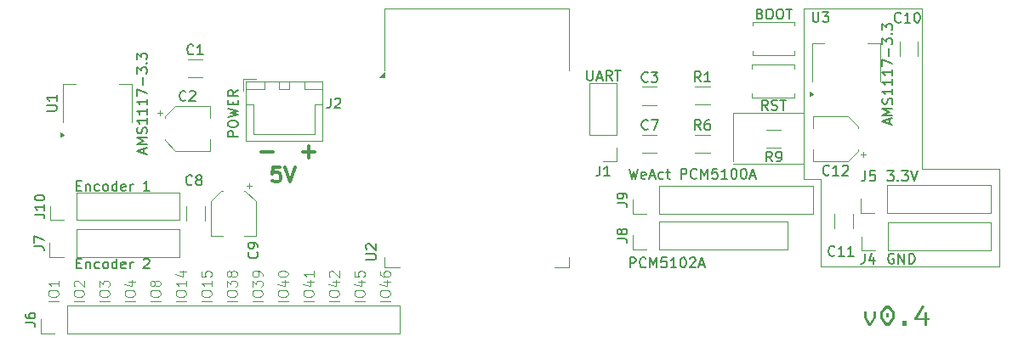
<source format=gbr>
%TF.GenerationSoftware,KiCad,Pcbnew,9.0.4-9.0.4-0~ubuntu22.04.1*%
%TF.CreationDate,2025-10-18T22:49:12+02:00*%
%TF.ProjectId,YR,59522e6b-6963-4616-945f-706362585858,rev?*%
%TF.SameCoordinates,Original*%
%TF.FileFunction,Legend,Top*%
%TF.FilePolarity,Positive*%
%FSLAX46Y46*%
G04 Gerber Fmt 4.6, Leading zero omitted, Abs format (unit mm)*
G04 Created by KiCad (PCBNEW 9.0.4-9.0.4-0~ubuntu22.04.1) date 2025-10-18 22:49:12*
%MOMM*%
%LPD*%
G01*
G04 APERTURE LIST*
%ADD10C,0.100000*%
%ADD11C,0.150000*%
%ADD12C,0.300000*%
%ADD13C,0.120000*%
G04 APERTURE END LIST*
D10*
X202000000Y-66250000D02*
X194500000Y-66250000D01*
X182500000Y-50292000D02*
X182500000Y-67310000D01*
X194310000Y-66250000D02*
X194310000Y-56134000D01*
X182500000Y-67310000D02*
X184250000Y-67310000D01*
X182500000Y-60706000D02*
X175514000Y-60706000D01*
X184250000Y-76000000D02*
X202000000Y-76000000D01*
X194500000Y-66250000D02*
X194310000Y-66250000D01*
X194310000Y-56134000D02*
X194310000Y-50292000D01*
X184250000Y-67310000D02*
X184250000Y-76000000D01*
X194310000Y-50292000D02*
X182500000Y-50292000D01*
X175514000Y-65786000D02*
X182500000Y-65786000D01*
X175514000Y-60706000D02*
X175514000Y-65502000D01*
X202000000Y-76000000D02*
X202000000Y-66250000D01*
X128650419Y-79452115D02*
X127650419Y-79452115D01*
X127650419Y-78785449D02*
X127650419Y-78594973D01*
X127650419Y-78594973D02*
X127698038Y-78499735D01*
X127698038Y-78499735D02*
X127793276Y-78404497D01*
X127793276Y-78404497D02*
X127983752Y-78356878D01*
X127983752Y-78356878D02*
X128317085Y-78356878D01*
X128317085Y-78356878D02*
X128507561Y-78404497D01*
X128507561Y-78404497D02*
X128602800Y-78499735D01*
X128602800Y-78499735D02*
X128650419Y-78594973D01*
X128650419Y-78594973D02*
X128650419Y-78785449D01*
X128650419Y-78785449D02*
X128602800Y-78880687D01*
X128602800Y-78880687D02*
X128507561Y-78975925D01*
X128507561Y-78975925D02*
X128317085Y-79023544D01*
X128317085Y-79023544D02*
X127983752Y-79023544D01*
X127983752Y-79023544D02*
X127793276Y-78975925D01*
X127793276Y-78975925D02*
X127698038Y-78880687D01*
X127698038Y-78880687D02*
X127650419Y-78785449D01*
X127650419Y-78023544D02*
X127650419Y-77404497D01*
X127650419Y-77404497D02*
X128031371Y-77737830D01*
X128031371Y-77737830D02*
X128031371Y-77594973D01*
X128031371Y-77594973D02*
X128078990Y-77499735D01*
X128078990Y-77499735D02*
X128126609Y-77452116D01*
X128126609Y-77452116D02*
X128221847Y-77404497D01*
X128221847Y-77404497D02*
X128459942Y-77404497D01*
X128459942Y-77404497D02*
X128555180Y-77452116D01*
X128555180Y-77452116D02*
X128602800Y-77499735D01*
X128602800Y-77499735D02*
X128650419Y-77594973D01*
X128650419Y-77594973D02*
X128650419Y-77880687D01*
X128650419Y-77880687D02*
X128602800Y-77975925D01*
X128602800Y-77975925D02*
X128555180Y-78023544D01*
X128650419Y-76928306D02*
X128650419Y-76737830D01*
X128650419Y-76737830D02*
X128602800Y-76642592D01*
X128602800Y-76642592D02*
X128555180Y-76594973D01*
X128555180Y-76594973D02*
X128412323Y-76499735D01*
X128412323Y-76499735D02*
X128221847Y-76452116D01*
X128221847Y-76452116D02*
X127840895Y-76452116D01*
X127840895Y-76452116D02*
X127745657Y-76499735D01*
X127745657Y-76499735D02*
X127698038Y-76547354D01*
X127698038Y-76547354D02*
X127650419Y-76642592D01*
X127650419Y-76642592D02*
X127650419Y-76833068D01*
X127650419Y-76833068D02*
X127698038Y-76928306D01*
X127698038Y-76928306D02*
X127745657Y-76975925D01*
X127745657Y-76975925D02*
X127840895Y-77023544D01*
X127840895Y-77023544D02*
X128078990Y-77023544D01*
X128078990Y-77023544D02*
X128174228Y-76975925D01*
X128174228Y-76975925D02*
X128221847Y-76928306D01*
X128221847Y-76928306D02*
X128269466Y-76833068D01*
X128269466Y-76833068D02*
X128269466Y-76642592D01*
X128269466Y-76642592D02*
X128221847Y-76547354D01*
X128221847Y-76547354D02*
X128174228Y-76499735D01*
X128174228Y-76499735D02*
X128078990Y-76452116D01*
X121030419Y-79452115D02*
X120030419Y-79452115D01*
X120030419Y-78785449D02*
X120030419Y-78594973D01*
X120030419Y-78594973D02*
X120078038Y-78499735D01*
X120078038Y-78499735D02*
X120173276Y-78404497D01*
X120173276Y-78404497D02*
X120363752Y-78356878D01*
X120363752Y-78356878D02*
X120697085Y-78356878D01*
X120697085Y-78356878D02*
X120887561Y-78404497D01*
X120887561Y-78404497D02*
X120982800Y-78499735D01*
X120982800Y-78499735D02*
X121030419Y-78594973D01*
X121030419Y-78594973D02*
X121030419Y-78785449D01*
X121030419Y-78785449D02*
X120982800Y-78880687D01*
X120982800Y-78880687D02*
X120887561Y-78975925D01*
X120887561Y-78975925D02*
X120697085Y-79023544D01*
X120697085Y-79023544D02*
X120363752Y-79023544D01*
X120363752Y-79023544D02*
X120173276Y-78975925D01*
X120173276Y-78975925D02*
X120078038Y-78880687D01*
X120078038Y-78880687D02*
X120030419Y-78785449D01*
X121030419Y-77404497D02*
X121030419Y-77975925D01*
X121030419Y-77690211D02*
X120030419Y-77690211D01*
X120030419Y-77690211D02*
X120173276Y-77785449D01*
X120173276Y-77785449D02*
X120268514Y-77880687D01*
X120268514Y-77880687D02*
X120316133Y-77975925D01*
X120363752Y-76547354D02*
X121030419Y-76547354D01*
X119982800Y-76785449D02*
X120697085Y-77023544D01*
X120697085Y-77023544D02*
X120697085Y-76404497D01*
X126110419Y-79452115D02*
X125110419Y-79452115D01*
X125110419Y-78785449D02*
X125110419Y-78594973D01*
X125110419Y-78594973D02*
X125158038Y-78499735D01*
X125158038Y-78499735D02*
X125253276Y-78404497D01*
X125253276Y-78404497D02*
X125443752Y-78356878D01*
X125443752Y-78356878D02*
X125777085Y-78356878D01*
X125777085Y-78356878D02*
X125967561Y-78404497D01*
X125967561Y-78404497D02*
X126062800Y-78499735D01*
X126062800Y-78499735D02*
X126110419Y-78594973D01*
X126110419Y-78594973D02*
X126110419Y-78785449D01*
X126110419Y-78785449D02*
X126062800Y-78880687D01*
X126062800Y-78880687D02*
X125967561Y-78975925D01*
X125967561Y-78975925D02*
X125777085Y-79023544D01*
X125777085Y-79023544D02*
X125443752Y-79023544D01*
X125443752Y-79023544D02*
X125253276Y-78975925D01*
X125253276Y-78975925D02*
X125158038Y-78880687D01*
X125158038Y-78880687D02*
X125110419Y-78785449D01*
X125110419Y-78023544D02*
X125110419Y-77404497D01*
X125110419Y-77404497D02*
X125491371Y-77737830D01*
X125491371Y-77737830D02*
X125491371Y-77594973D01*
X125491371Y-77594973D02*
X125538990Y-77499735D01*
X125538990Y-77499735D02*
X125586609Y-77452116D01*
X125586609Y-77452116D02*
X125681847Y-77404497D01*
X125681847Y-77404497D02*
X125919942Y-77404497D01*
X125919942Y-77404497D02*
X126015180Y-77452116D01*
X126015180Y-77452116D02*
X126062800Y-77499735D01*
X126062800Y-77499735D02*
X126110419Y-77594973D01*
X126110419Y-77594973D02*
X126110419Y-77880687D01*
X126110419Y-77880687D02*
X126062800Y-77975925D01*
X126062800Y-77975925D02*
X126015180Y-78023544D01*
X125538990Y-76833068D02*
X125491371Y-76928306D01*
X125491371Y-76928306D02*
X125443752Y-76975925D01*
X125443752Y-76975925D02*
X125348514Y-77023544D01*
X125348514Y-77023544D02*
X125300895Y-77023544D01*
X125300895Y-77023544D02*
X125205657Y-76975925D01*
X125205657Y-76975925D02*
X125158038Y-76928306D01*
X125158038Y-76928306D02*
X125110419Y-76833068D01*
X125110419Y-76833068D02*
X125110419Y-76642592D01*
X125110419Y-76642592D02*
X125158038Y-76547354D01*
X125158038Y-76547354D02*
X125205657Y-76499735D01*
X125205657Y-76499735D02*
X125300895Y-76452116D01*
X125300895Y-76452116D02*
X125348514Y-76452116D01*
X125348514Y-76452116D02*
X125443752Y-76499735D01*
X125443752Y-76499735D02*
X125491371Y-76547354D01*
X125491371Y-76547354D02*
X125538990Y-76642592D01*
X125538990Y-76642592D02*
X125538990Y-76833068D01*
X125538990Y-76833068D02*
X125586609Y-76928306D01*
X125586609Y-76928306D02*
X125634228Y-76975925D01*
X125634228Y-76975925D02*
X125729466Y-77023544D01*
X125729466Y-77023544D02*
X125919942Y-77023544D01*
X125919942Y-77023544D02*
X126015180Y-76975925D01*
X126015180Y-76975925D02*
X126062800Y-76928306D01*
X126062800Y-76928306D02*
X126110419Y-76833068D01*
X126110419Y-76833068D02*
X126110419Y-76642592D01*
X126110419Y-76642592D02*
X126062800Y-76547354D01*
X126062800Y-76547354D02*
X126015180Y-76499735D01*
X126015180Y-76499735D02*
X125919942Y-76452116D01*
X125919942Y-76452116D02*
X125729466Y-76452116D01*
X125729466Y-76452116D02*
X125634228Y-76499735D01*
X125634228Y-76499735D02*
X125586609Y-76547354D01*
X125586609Y-76547354D02*
X125538990Y-76642592D01*
X108330419Y-79452115D02*
X107330419Y-79452115D01*
X107330419Y-78785449D02*
X107330419Y-78594973D01*
X107330419Y-78594973D02*
X107378038Y-78499735D01*
X107378038Y-78499735D02*
X107473276Y-78404497D01*
X107473276Y-78404497D02*
X107663752Y-78356878D01*
X107663752Y-78356878D02*
X107997085Y-78356878D01*
X107997085Y-78356878D02*
X108187561Y-78404497D01*
X108187561Y-78404497D02*
X108282800Y-78499735D01*
X108282800Y-78499735D02*
X108330419Y-78594973D01*
X108330419Y-78594973D02*
X108330419Y-78785449D01*
X108330419Y-78785449D02*
X108282800Y-78880687D01*
X108282800Y-78880687D02*
X108187561Y-78975925D01*
X108187561Y-78975925D02*
X107997085Y-79023544D01*
X107997085Y-79023544D02*
X107663752Y-79023544D01*
X107663752Y-79023544D02*
X107473276Y-78975925D01*
X107473276Y-78975925D02*
X107378038Y-78880687D01*
X107378038Y-78880687D02*
X107330419Y-78785449D01*
X108330419Y-77404497D02*
X108330419Y-77975925D01*
X108330419Y-77690211D02*
X107330419Y-77690211D01*
X107330419Y-77690211D02*
X107473276Y-77785449D01*
X107473276Y-77785449D02*
X107568514Y-77880687D01*
X107568514Y-77880687D02*
X107616133Y-77975925D01*
X115950419Y-79452115D02*
X114950419Y-79452115D01*
X114950419Y-78785449D02*
X114950419Y-78594973D01*
X114950419Y-78594973D02*
X114998038Y-78499735D01*
X114998038Y-78499735D02*
X115093276Y-78404497D01*
X115093276Y-78404497D02*
X115283752Y-78356878D01*
X115283752Y-78356878D02*
X115617085Y-78356878D01*
X115617085Y-78356878D02*
X115807561Y-78404497D01*
X115807561Y-78404497D02*
X115902800Y-78499735D01*
X115902800Y-78499735D02*
X115950419Y-78594973D01*
X115950419Y-78594973D02*
X115950419Y-78785449D01*
X115950419Y-78785449D02*
X115902800Y-78880687D01*
X115902800Y-78880687D02*
X115807561Y-78975925D01*
X115807561Y-78975925D02*
X115617085Y-79023544D01*
X115617085Y-79023544D02*
X115283752Y-79023544D01*
X115283752Y-79023544D02*
X115093276Y-78975925D01*
X115093276Y-78975925D02*
X114998038Y-78880687D01*
X114998038Y-78880687D02*
X114950419Y-78785449D01*
X115283752Y-77499735D02*
X115950419Y-77499735D01*
X114902800Y-77737830D02*
X115617085Y-77975925D01*
X115617085Y-77975925D02*
X115617085Y-77356878D01*
D11*
G36*
X188511828Y-81103632D02*
G01*
X188511828Y-80472142D01*
X188780617Y-80472142D01*
X188780617Y-81047578D01*
X189120847Y-81674794D01*
X189459612Y-81051852D01*
X189459612Y-80472142D01*
X189724249Y-80472142D01*
X189724249Y-81103632D01*
X189253838Y-81910000D01*
X188982240Y-81910000D01*
X188511828Y-81103632D01*
G37*
G36*
X190991748Y-81075544D02*
G01*
X190715875Y-81075544D01*
X190715875Y-80697578D01*
X190991748Y-80697578D01*
X190991748Y-81075544D01*
G37*
G36*
X191565718Y-80606598D02*
G01*
X191565718Y-81159563D01*
X191040718Y-81910000D01*
X190665561Y-81910000D01*
X190140561Y-81159563D01*
X190140561Y-80687808D01*
X190409351Y-80687808D01*
X190409351Y-81078353D01*
X190787316Y-81662215D01*
X190917498Y-81662215D01*
X191296929Y-81078353D01*
X191296929Y-80687808D01*
X190925924Y-80113838D01*
X190794277Y-80113838D01*
X190409351Y-80687808D01*
X190140561Y-80687808D01*
X190140561Y-80606598D01*
X190665561Y-79866053D01*
X191058914Y-79866053D01*
X191565718Y-80606598D01*
G37*
G36*
X192359996Y-81457784D02*
G01*
X192812212Y-81457784D01*
X192812212Y-81910000D01*
X192359996Y-81910000D01*
X192359996Y-81457784D01*
G37*
G36*
X193545184Y-81140024D02*
G01*
X194371214Y-79832348D01*
X194582606Y-79975230D01*
X193843405Y-81134406D01*
X194525209Y-81134406D01*
X194525209Y-80598171D01*
X194791189Y-80598171D01*
X194791189Y-81124637D01*
X195092219Y-81124637D01*
X195092219Y-81348607D01*
X194791189Y-81348607D01*
X194791189Y-81910000D01*
X194525209Y-81910000D01*
X194525209Y-81348607D01*
X193573150Y-81348607D01*
X193545184Y-81140024D01*
G37*
D10*
X113410419Y-79452115D02*
X112410419Y-79452115D01*
X112410419Y-78785449D02*
X112410419Y-78594973D01*
X112410419Y-78594973D02*
X112458038Y-78499735D01*
X112458038Y-78499735D02*
X112553276Y-78404497D01*
X112553276Y-78404497D02*
X112743752Y-78356878D01*
X112743752Y-78356878D02*
X113077085Y-78356878D01*
X113077085Y-78356878D02*
X113267561Y-78404497D01*
X113267561Y-78404497D02*
X113362800Y-78499735D01*
X113362800Y-78499735D02*
X113410419Y-78594973D01*
X113410419Y-78594973D02*
X113410419Y-78785449D01*
X113410419Y-78785449D02*
X113362800Y-78880687D01*
X113362800Y-78880687D02*
X113267561Y-78975925D01*
X113267561Y-78975925D02*
X113077085Y-79023544D01*
X113077085Y-79023544D02*
X112743752Y-79023544D01*
X112743752Y-79023544D02*
X112553276Y-78975925D01*
X112553276Y-78975925D02*
X112458038Y-78880687D01*
X112458038Y-78880687D02*
X112410419Y-78785449D01*
X112410419Y-78023544D02*
X112410419Y-77404497D01*
X112410419Y-77404497D02*
X112791371Y-77737830D01*
X112791371Y-77737830D02*
X112791371Y-77594973D01*
X112791371Y-77594973D02*
X112838990Y-77499735D01*
X112838990Y-77499735D02*
X112886609Y-77452116D01*
X112886609Y-77452116D02*
X112981847Y-77404497D01*
X112981847Y-77404497D02*
X113219942Y-77404497D01*
X113219942Y-77404497D02*
X113315180Y-77452116D01*
X113315180Y-77452116D02*
X113362800Y-77499735D01*
X113362800Y-77499735D02*
X113410419Y-77594973D01*
X113410419Y-77594973D02*
X113410419Y-77880687D01*
X113410419Y-77880687D02*
X113362800Y-77975925D01*
X113362800Y-77975925D02*
X113315180Y-78023544D01*
X133730419Y-79452115D02*
X132730419Y-79452115D01*
X132730419Y-78785449D02*
X132730419Y-78594973D01*
X132730419Y-78594973D02*
X132778038Y-78499735D01*
X132778038Y-78499735D02*
X132873276Y-78404497D01*
X132873276Y-78404497D02*
X133063752Y-78356878D01*
X133063752Y-78356878D02*
X133397085Y-78356878D01*
X133397085Y-78356878D02*
X133587561Y-78404497D01*
X133587561Y-78404497D02*
X133682800Y-78499735D01*
X133682800Y-78499735D02*
X133730419Y-78594973D01*
X133730419Y-78594973D02*
X133730419Y-78785449D01*
X133730419Y-78785449D02*
X133682800Y-78880687D01*
X133682800Y-78880687D02*
X133587561Y-78975925D01*
X133587561Y-78975925D02*
X133397085Y-79023544D01*
X133397085Y-79023544D02*
X133063752Y-79023544D01*
X133063752Y-79023544D02*
X132873276Y-78975925D01*
X132873276Y-78975925D02*
X132778038Y-78880687D01*
X132778038Y-78880687D02*
X132730419Y-78785449D01*
X133063752Y-77499735D02*
X133730419Y-77499735D01*
X132682800Y-77737830D02*
X133397085Y-77975925D01*
X133397085Y-77975925D02*
X133397085Y-77356878D01*
X133730419Y-76452116D02*
X133730419Y-77023544D01*
X133730419Y-76737830D02*
X132730419Y-76737830D01*
X132730419Y-76737830D02*
X132873276Y-76833068D01*
X132873276Y-76833068D02*
X132968514Y-76928306D01*
X132968514Y-76928306D02*
X133016133Y-77023544D01*
X138810419Y-79452115D02*
X137810419Y-79452115D01*
X137810419Y-78785449D02*
X137810419Y-78594973D01*
X137810419Y-78594973D02*
X137858038Y-78499735D01*
X137858038Y-78499735D02*
X137953276Y-78404497D01*
X137953276Y-78404497D02*
X138143752Y-78356878D01*
X138143752Y-78356878D02*
X138477085Y-78356878D01*
X138477085Y-78356878D02*
X138667561Y-78404497D01*
X138667561Y-78404497D02*
X138762800Y-78499735D01*
X138762800Y-78499735D02*
X138810419Y-78594973D01*
X138810419Y-78594973D02*
X138810419Y-78785449D01*
X138810419Y-78785449D02*
X138762800Y-78880687D01*
X138762800Y-78880687D02*
X138667561Y-78975925D01*
X138667561Y-78975925D02*
X138477085Y-79023544D01*
X138477085Y-79023544D02*
X138143752Y-79023544D01*
X138143752Y-79023544D02*
X137953276Y-78975925D01*
X137953276Y-78975925D02*
X137858038Y-78880687D01*
X137858038Y-78880687D02*
X137810419Y-78785449D01*
X138143752Y-77499735D02*
X138810419Y-77499735D01*
X137762800Y-77737830D02*
X138477085Y-77975925D01*
X138477085Y-77975925D02*
X138477085Y-77356878D01*
X137810419Y-76499735D02*
X137810419Y-76975925D01*
X137810419Y-76975925D02*
X138286609Y-77023544D01*
X138286609Y-77023544D02*
X138238990Y-76975925D01*
X138238990Y-76975925D02*
X138191371Y-76880687D01*
X138191371Y-76880687D02*
X138191371Y-76642592D01*
X138191371Y-76642592D02*
X138238990Y-76547354D01*
X138238990Y-76547354D02*
X138286609Y-76499735D01*
X138286609Y-76499735D02*
X138381847Y-76452116D01*
X138381847Y-76452116D02*
X138619942Y-76452116D01*
X138619942Y-76452116D02*
X138715180Y-76499735D01*
X138715180Y-76499735D02*
X138762800Y-76547354D01*
X138762800Y-76547354D02*
X138810419Y-76642592D01*
X138810419Y-76642592D02*
X138810419Y-76880687D01*
X138810419Y-76880687D02*
X138762800Y-76975925D01*
X138762800Y-76975925D02*
X138715180Y-77023544D01*
X131190419Y-79452115D02*
X130190419Y-79452115D01*
X130190419Y-78785449D02*
X130190419Y-78594973D01*
X130190419Y-78594973D02*
X130238038Y-78499735D01*
X130238038Y-78499735D02*
X130333276Y-78404497D01*
X130333276Y-78404497D02*
X130523752Y-78356878D01*
X130523752Y-78356878D02*
X130857085Y-78356878D01*
X130857085Y-78356878D02*
X131047561Y-78404497D01*
X131047561Y-78404497D02*
X131142800Y-78499735D01*
X131142800Y-78499735D02*
X131190419Y-78594973D01*
X131190419Y-78594973D02*
X131190419Y-78785449D01*
X131190419Y-78785449D02*
X131142800Y-78880687D01*
X131142800Y-78880687D02*
X131047561Y-78975925D01*
X131047561Y-78975925D02*
X130857085Y-79023544D01*
X130857085Y-79023544D02*
X130523752Y-79023544D01*
X130523752Y-79023544D02*
X130333276Y-78975925D01*
X130333276Y-78975925D02*
X130238038Y-78880687D01*
X130238038Y-78880687D02*
X130190419Y-78785449D01*
X130523752Y-77499735D02*
X131190419Y-77499735D01*
X130142800Y-77737830D02*
X130857085Y-77975925D01*
X130857085Y-77975925D02*
X130857085Y-77356878D01*
X130190419Y-76785449D02*
X130190419Y-76690211D01*
X130190419Y-76690211D02*
X130238038Y-76594973D01*
X130238038Y-76594973D02*
X130285657Y-76547354D01*
X130285657Y-76547354D02*
X130380895Y-76499735D01*
X130380895Y-76499735D02*
X130571371Y-76452116D01*
X130571371Y-76452116D02*
X130809466Y-76452116D01*
X130809466Y-76452116D02*
X130999942Y-76499735D01*
X130999942Y-76499735D02*
X131095180Y-76547354D01*
X131095180Y-76547354D02*
X131142800Y-76594973D01*
X131142800Y-76594973D02*
X131190419Y-76690211D01*
X131190419Y-76690211D02*
X131190419Y-76785449D01*
X131190419Y-76785449D02*
X131142800Y-76880687D01*
X131142800Y-76880687D02*
X131095180Y-76928306D01*
X131095180Y-76928306D02*
X130999942Y-76975925D01*
X130999942Y-76975925D02*
X130809466Y-77023544D01*
X130809466Y-77023544D02*
X130571371Y-77023544D01*
X130571371Y-77023544D02*
X130380895Y-76975925D01*
X130380895Y-76975925D02*
X130285657Y-76928306D01*
X130285657Y-76928306D02*
X130238038Y-76880687D01*
X130238038Y-76880687D02*
X130190419Y-76785449D01*
X136270419Y-79452115D02*
X135270419Y-79452115D01*
X135270419Y-78785449D02*
X135270419Y-78594973D01*
X135270419Y-78594973D02*
X135318038Y-78499735D01*
X135318038Y-78499735D02*
X135413276Y-78404497D01*
X135413276Y-78404497D02*
X135603752Y-78356878D01*
X135603752Y-78356878D02*
X135937085Y-78356878D01*
X135937085Y-78356878D02*
X136127561Y-78404497D01*
X136127561Y-78404497D02*
X136222800Y-78499735D01*
X136222800Y-78499735D02*
X136270419Y-78594973D01*
X136270419Y-78594973D02*
X136270419Y-78785449D01*
X136270419Y-78785449D02*
X136222800Y-78880687D01*
X136222800Y-78880687D02*
X136127561Y-78975925D01*
X136127561Y-78975925D02*
X135937085Y-79023544D01*
X135937085Y-79023544D02*
X135603752Y-79023544D01*
X135603752Y-79023544D02*
X135413276Y-78975925D01*
X135413276Y-78975925D02*
X135318038Y-78880687D01*
X135318038Y-78880687D02*
X135270419Y-78785449D01*
X135603752Y-77499735D02*
X136270419Y-77499735D01*
X135222800Y-77737830D02*
X135937085Y-77975925D01*
X135937085Y-77975925D02*
X135937085Y-77356878D01*
X135365657Y-77023544D02*
X135318038Y-76975925D01*
X135318038Y-76975925D02*
X135270419Y-76880687D01*
X135270419Y-76880687D02*
X135270419Y-76642592D01*
X135270419Y-76642592D02*
X135318038Y-76547354D01*
X135318038Y-76547354D02*
X135365657Y-76499735D01*
X135365657Y-76499735D02*
X135460895Y-76452116D01*
X135460895Y-76452116D02*
X135556133Y-76452116D01*
X135556133Y-76452116D02*
X135698990Y-76499735D01*
X135698990Y-76499735D02*
X136270419Y-77071163D01*
X136270419Y-77071163D02*
X136270419Y-76452116D01*
X141350419Y-79452115D02*
X140350419Y-79452115D01*
X140350419Y-78785449D02*
X140350419Y-78594973D01*
X140350419Y-78594973D02*
X140398038Y-78499735D01*
X140398038Y-78499735D02*
X140493276Y-78404497D01*
X140493276Y-78404497D02*
X140683752Y-78356878D01*
X140683752Y-78356878D02*
X141017085Y-78356878D01*
X141017085Y-78356878D02*
X141207561Y-78404497D01*
X141207561Y-78404497D02*
X141302800Y-78499735D01*
X141302800Y-78499735D02*
X141350419Y-78594973D01*
X141350419Y-78594973D02*
X141350419Y-78785449D01*
X141350419Y-78785449D02*
X141302800Y-78880687D01*
X141302800Y-78880687D02*
X141207561Y-78975925D01*
X141207561Y-78975925D02*
X141017085Y-79023544D01*
X141017085Y-79023544D02*
X140683752Y-79023544D01*
X140683752Y-79023544D02*
X140493276Y-78975925D01*
X140493276Y-78975925D02*
X140398038Y-78880687D01*
X140398038Y-78880687D02*
X140350419Y-78785449D01*
X140683752Y-77499735D02*
X141350419Y-77499735D01*
X140302800Y-77737830D02*
X141017085Y-77975925D01*
X141017085Y-77975925D02*
X141017085Y-77356878D01*
X140350419Y-76547354D02*
X140350419Y-76737830D01*
X140350419Y-76737830D02*
X140398038Y-76833068D01*
X140398038Y-76833068D02*
X140445657Y-76880687D01*
X140445657Y-76880687D02*
X140588514Y-76975925D01*
X140588514Y-76975925D02*
X140778990Y-77023544D01*
X140778990Y-77023544D02*
X141159942Y-77023544D01*
X141159942Y-77023544D02*
X141255180Y-76975925D01*
X141255180Y-76975925D02*
X141302800Y-76928306D01*
X141302800Y-76928306D02*
X141350419Y-76833068D01*
X141350419Y-76833068D02*
X141350419Y-76642592D01*
X141350419Y-76642592D02*
X141302800Y-76547354D01*
X141302800Y-76547354D02*
X141255180Y-76499735D01*
X141255180Y-76499735D02*
X141159942Y-76452116D01*
X141159942Y-76452116D02*
X140921847Y-76452116D01*
X140921847Y-76452116D02*
X140826609Y-76499735D01*
X140826609Y-76499735D02*
X140778990Y-76547354D01*
X140778990Y-76547354D02*
X140731371Y-76642592D01*
X140731371Y-76642592D02*
X140731371Y-76833068D01*
X140731371Y-76833068D02*
X140778990Y-76928306D01*
X140778990Y-76928306D02*
X140826609Y-76975925D01*
X140826609Y-76975925D02*
X140921847Y-77023544D01*
X118490419Y-79452115D02*
X117490419Y-79452115D01*
X117490419Y-78785449D02*
X117490419Y-78594973D01*
X117490419Y-78594973D02*
X117538038Y-78499735D01*
X117538038Y-78499735D02*
X117633276Y-78404497D01*
X117633276Y-78404497D02*
X117823752Y-78356878D01*
X117823752Y-78356878D02*
X118157085Y-78356878D01*
X118157085Y-78356878D02*
X118347561Y-78404497D01*
X118347561Y-78404497D02*
X118442800Y-78499735D01*
X118442800Y-78499735D02*
X118490419Y-78594973D01*
X118490419Y-78594973D02*
X118490419Y-78785449D01*
X118490419Y-78785449D02*
X118442800Y-78880687D01*
X118442800Y-78880687D02*
X118347561Y-78975925D01*
X118347561Y-78975925D02*
X118157085Y-79023544D01*
X118157085Y-79023544D02*
X117823752Y-79023544D01*
X117823752Y-79023544D02*
X117633276Y-78975925D01*
X117633276Y-78975925D02*
X117538038Y-78880687D01*
X117538038Y-78880687D02*
X117490419Y-78785449D01*
X117918990Y-77785449D02*
X117871371Y-77880687D01*
X117871371Y-77880687D02*
X117823752Y-77928306D01*
X117823752Y-77928306D02*
X117728514Y-77975925D01*
X117728514Y-77975925D02*
X117680895Y-77975925D01*
X117680895Y-77975925D02*
X117585657Y-77928306D01*
X117585657Y-77928306D02*
X117538038Y-77880687D01*
X117538038Y-77880687D02*
X117490419Y-77785449D01*
X117490419Y-77785449D02*
X117490419Y-77594973D01*
X117490419Y-77594973D02*
X117538038Y-77499735D01*
X117538038Y-77499735D02*
X117585657Y-77452116D01*
X117585657Y-77452116D02*
X117680895Y-77404497D01*
X117680895Y-77404497D02*
X117728514Y-77404497D01*
X117728514Y-77404497D02*
X117823752Y-77452116D01*
X117823752Y-77452116D02*
X117871371Y-77499735D01*
X117871371Y-77499735D02*
X117918990Y-77594973D01*
X117918990Y-77594973D02*
X117918990Y-77785449D01*
X117918990Y-77785449D02*
X117966609Y-77880687D01*
X117966609Y-77880687D02*
X118014228Y-77928306D01*
X118014228Y-77928306D02*
X118109466Y-77975925D01*
X118109466Y-77975925D02*
X118299942Y-77975925D01*
X118299942Y-77975925D02*
X118395180Y-77928306D01*
X118395180Y-77928306D02*
X118442800Y-77880687D01*
X118442800Y-77880687D02*
X118490419Y-77785449D01*
X118490419Y-77785449D02*
X118490419Y-77594973D01*
X118490419Y-77594973D02*
X118442800Y-77499735D01*
X118442800Y-77499735D02*
X118395180Y-77452116D01*
X118395180Y-77452116D02*
X118299942Y-77404497D01*
X118299942Y-77404497D02*
X118109466Y-77404497D01*
X118109466Y-77404497D02*
X118014228Y-77452116D01*
X118014228Y-77452116D02*
X117966609Y-77499735D01*
X117966609Y-77499735D02*
X117918990Y-77594973D01*
X123570419Y-79452115D02*
X122570419Y-79452115D01*
X122570419Y-78785449D02*
X122570419Y-78594973D01*
X122570419Y-78594973D02*
X122618038Y-78499735D01*
X122618038Y-78499735D02*
X122713276Y-78404497D01*
X122713276Y-78404497D02*
X122903752Y-78356878D01*
X122903752Y-78356878D02*
X123237085Y-78356878D01*
X123237085Y-78356878D02*
X123427561Y-78404497D01*
X123427561Y-78404497D02*
X123522800Y-78499735D01*
X123522800Y-78499735D02*
X123570419Y-78594973D01*
X123570419Y-78594973D02*
X123570419Y-78785449D01*
X123570419Y-78785449D02*
X123522800Y-78880687D01*
X123522800Y-78880687D02*
X123427561Y-78975925D01*
X123427561Y-78975925D02*
X123237085Y-79023544D01*
X123237085Y-79023544D02*
X122903752Y-79023544D01*
X122903752Y-79023544D02*
X122713276Y-78975925D01*
X122713276Y-78975925D02*
X122618038Y-78880687D01*
X122618038Y-78880687D02*
X122570419Y-78785449D01*
X123570419Y-77404497D02*
X123570419Y-77975925D01*
X123570419Y-77690211D02*
X122570419Y-77690211D01*
X122570419Y-77690211D02*
X122713276Y-77785449D01*
X122713276Y-77785449D02*
X122808514Y-77880687D01*
X122808514Y-77880687D02*
X122856133Y-77975925D01*
X122570419Y-76499735D02*
X122570419Y-76975925D01*
X122570419Y-76975925D02*
X123046609Y-77023544D01*
X123046609Y-77023544D02*
X122998990Y-76975925D01*
X122998990Y-76975925D02*
X122951371Y-76880687D01*
X122951371Y-76880687D02*
X122951371Y-76642592D01*
X122951371Y-76642592D02*
X122998990Y-76547354D01*
X122998990Y-76547354D02*
X123046609Y-76499735D01*
X123046609Y-76499735D02*
X123141847Y-76452116D01*
X123141847Y-76452116D02*
X123379942Y-76452116D01*
X123379942Y-76452116D02*
X123475180Y-76499735D01*
X123475180Y-76499735D02*
X123522800Y-76547354D01*
X123522800Y-76547354D02*
X123570419Y-76642592D01*
X123570419Y-76642592D02*
X123570419Y-76880687D01*
X123570419Y-76880687D02*
X123522800Y-76975925D01*
X123522800Y-76975925D02*
X123475180Y-77023544D01*
D12*
X128554510Y-64564484D02*
X129697368Y-64564484D01*
X132697367Y-64564484D02*
X133840225Y-64564484D01*
X133268796Y-65135912D02*
X133268796Y-63993055D01*
X130411653Y-66050828D02*
X129697367Y-66050828D01*
X129697367Y-66050828D02*
X129625939Y-66765114D01*
X129625939Y-66765114D02*
X129697367Y-66693685D01*
X129697367Y-66693685D02*
X129840225Y-66622257D01*
X129840225Y-66622257D02*
X130197367Y-66622257D01*
X130197367Y-66622257D02*
X130340225Y-66693685D01*
X130340225Y-66693685D02*
X130411653Y-66765114D01*
X130411653Y-66765114D02*
X130483082Y-66907971D01*
X130483082Y-66907971D02*
X130483082Y-67265114D01*
X130483082Y-67265114D02*
X130411653Y-67407971D01*
X130411653Y-67407971D02*
X130340225Y-67479400D01*
X130340225Y-67479400D02*
X130197367Y-67550828D01*
X130197367Y-67550828D02*
X129840225Y-67550828D01*
X129840225Y-67550828D02*
X129697367Y-67479400D01*
X129697367Y-67479400D02*
X129625939Y-67407971D01*
X130911653Y-66050828D02*
X131411653Y-67550828D01*
X131411653Y-67550828D02*
X131911653Y-66050828D01*
D10*
X110870419Y-79452115D02*
X109870419Y-79452115D01*
X109870419Y-78785449D02*
X109870419Y-78594973D01*
X109870419Y-78594973D02*
X109918038Y-78499735D01*
X109918038Y-78499735D02*
X110013276Y-78404497D01*
X110013276Y-78404497D02*
X110203752Y-78356878D01*
X110203752Y-78356878D02*
X110537085Y-78356878D01*
X110537085Y-78356878D02*
X110727561Y-78404497D01*
X110727561Y-78404497D02*
X110822800Y-78499735D01*
X110822800Y-78499735D02*
X110870419Y-78594973D01*
X110870419Y-78594973D02*
X110870419Y-78785449D01*
X110870419Y-78785449D02*
X110822800Y-78880687D01*
X110822800Y-78880687D02*
X110727561Y-78975925D01*
X110727561Y-78975925D02*
X110537085Y-79023544D01*
X110537085Y-79023544D02*
X110203752Y-79023544D01*
X110203752Y-79023544D02*
X110013276Y-78975925D01*
X110013276Y-78975925D02*
X109918038Y-78880687D01*
X109918038Y-78880687D02*
X109870419Y-78785449D01*
X109965657Y-77975925D02*
X109918038Y-77928306D01*
X109918038Y-77928306D02*
X109870419Y-77833068D01*
X109870419Y-77833068D02*
X109870419Y-77594973D01*
X109870419Y-77594973D02*
X109918038Y-77499735D01*
X109918038Y-77499735D02*
X109965657Y-77452116D01*
X109965657Y-77452116D02*
X110060895Y-77404497D01*
X110060895Y-77404497D02*
X110156133Y-77404497D01*
X110156133Y-77404497D02*
X110298990Y-77452116D01*
X110298990Y-77452116D02*
X110870419Y-78023544D01*
X110870419Y-78023544D02*
X110870419Y-77404497D01*
D11*
X183438895Y-50610419D02*
X183438895Y-51419942D01*
X183438895Y-51419942D02*
X183486514Y-51515180D01*
X183486514Y-51515180D02*
X183534133Y-51562800D01*
X183534133Y-51562800D02*
X183629371Y-51610419D01*
X183629371Y-51610419D02*
X183819847Y-51610419D01*
X183819847Y-51610419D02*
X183915085Y-51562800D01*
X183915085Y-51562800D02*
X183962704Y-51515180D01*
X183962704Y-51515180D02*
X184010323Y-51419942D01*
X184010323Y-51419942D02*
X184010323Y-50610419D01*
X184391276Y-50610419D02*
X185010323Y-50610419D01*
X185010323Y-50610419D02*
X184676990Y-50991371D01*
X184676990Y-50991371D02*
X184819847Y-50991371D01*
X184819847Y-50991371D02*
X184915085Y-51038990D01*
X184915085Y-51038990D02*
X184962704Y-51086609D01*
X184962704Y-51086609D02*
X185010323Y-51181847D01*
X185010323Y-51181847D02*
X185010323Y-51419942D01*
X185010323Y-51419942D02*
X184962704Y-51515180D01*
X184962704Y-51515180D02*
X184915085Y-51562800D01*
X184915085Y-51562800D02*
X184819847Y-51610419D01*
X184819847Y-51610419D02*
X184534133Y-51610419D01*
X184534133Y-51610419D02*
X184438895Y-51562800D01*
X184438895Y-51562800D02*
X184391276Y-51515180D01*
X191075504Y-61794399D02*
X191075504Y-61318209D01*
X191361219Y-61889637D02*
X190361219Y-61556304D01*
X190361219Y-61556304D02*
X191361219Y-61222971D01*
X191361219Y-60889637D02*
X190361219Y-60889637D01*
X190361219Y-60889637D02*
X191075504Y-60556304D01*
X191075504Y-60556304D02*
X190361219Y-60222971D01*
X190361219Y-60222971D02*
X191361219Y-60222971D01*
X191313600Y-59794399D02*
X191361219Y-59651542D01*
X191361219Y-59651542D02*
X191361219Y-59413447D01*
X191361219Y-59413447D02*
X191313600Y-59318209D01*
X191313600Y-59318209D02*
X191265980Y-59270590D01*
X191265980Y-59270590D02*
X191170742Y-59222971D01*
X191170742Y-59222971D02*
X191075504Y-59222971D01*
X191075504Y-59222971D02*
X190980266Y-59270590D01*
X190980266Y-59270590D02*
X190932647Y-59318209D01*
X190932647Y-59318209D02*
X190885028Y-59413447D01*
X190885028Y-59413447D02*
X190837409Y-59603923D01*
X190837409Y-59603923D02*
X190789790Y-59699161D01*
X190789790Y-59699161D02*
X190742171Y-59746780D01*
X190742171Y-59746780D02*
X190646933Y-59794399D01*
X190646933Y-59794399D02*
X190551695Y-59794399D01*
X190551695Y-59794399D02*
X190456457Y-59746780D01*
X190456457Y-59746780D02*
X190408838Y-59699161D01*
X190408838Y-59699161D02*
X190361219Y-59603923D01*
X190361219Y-59603923D02*
X190361219Y-59365828D01*
X190361219Y-59365828D02*
X190408838Y-59222971D01*
X191361219Y-58270590D02*
X191361219Y-58842018D01*
X191361219Y-58556304D02*
X190361219Y-58556304D01*
X190361219Y-58556304D02*
X190504076Y-58651542D01*
X190504076Y-58651542D02*
X190599314Y-58746780D01*
X190599314Y-58746780D02*
X190646933Y-58842018D01*
X191361219Y-57318209D02*
X191361219Y-57889637D01*
X191361219Y-57603923D02*
X190361219Y-57603923D01*
X190361219Y-57603923D02*
X190504076Y-57699161D01*
X190504076Y-57699161D02*
X190599314Y-57794399D01*
X190599314Y-57794399D02*
X190646933Y-57889637D01*
X191361219Y-56365828D02*
X191361219Y-56937256D01*
X191361219Y-56651542D02*
X190361219Y-56651542D01*
X190361219Y-56651542D02*
X190504076Y-56746780D01*
X190504076Y-56746780D02*
X190599314Y-56842018D01*
X190599314Y-56842018D02*
X190646933Y-56937256D01*
X190361219Y-56032494D02*
X190361219Y-55365828D01*
X190361219Y-55365828D02*
X191361219Y-55794399D01*
X190980266Y-54984875D02*
X190980266Y-54222971D01*
X190361219Y-53842018D02*
X190361219Y-53222971D01*
X190361219Y-53222971D02*
X190742171Y-53556304D01*
X190742171Y-53556304D02*
X190742171Y-53413447D01*
X190742171Y-53413447D02*
X190789790Y-53318209D01*
X190789790Y-53318209D02*
X190837409Y-53270590D01*
X190837409Y-53270590D02*
X190932647Y-53222971D01*
X190932647Y-53222971D02*
X191170742Y-53222971D01*
X191170742Y-53222971D02*
X191265980Y-53270590D01*
X191265980Y-53270590D02*
X191313600Y-53318209D01*
X191313600Y-53318209D02*
X191361219Y-53413447D01*
X191361219Y-53413447D02*
X191361219Y-53699161D01*
X191361219Y-53699161D02*
X191313600Y-53794399D01*
X191313600Y-53794399D02*
X191265980Y-53842018D01*
X191265980Y-52794399D02*
X191313600Y-52746780D01*
X191313600Y-52746780D02*
X191361219Y-52794399D01*
X191361219Y-52794399D02*
X191313600Y-52842018D01*
X191313600Y-52842018D02*
X191265980Y-52794399D01*
X191265980Y-52794399D02*
X191361219Y-52794399D01*
X190361219Y-52413447D02*
X190361219Y-51794400D01*
X190361219Y-51794400D02*
X190742171Y-52127733D01*
X190742171Y-52127733D02*
X190742171Y-51984876D01*
X190742171Y-51984876D02*
X190789790Y-51889638D01*
X190789790Y-51889638D02*
X190837409Y-51842019D01*
X190837409Y-51842019D02*
X190932647Y-51794400D01*
X190932647Y-51794400D02*
X191170742Y-51794400D01*
X191170742Y-51794400D02*
X191265980Y-51842019D01*
X191265980Y-51842019D02*
X191313600Y-51889638D01*
X191313600Y-51889638D02*
X191361219Y-51984876D01*
X191361219Y-51984876D02*
X191361219Y-52270590D01*
X191361219Y-52270590D02*
X191313600Y-52365828D01*
X191313600Y-52365828D02*
X191265980Y-52413447D01*
X138954819Y-75301904D02*
X139764342Y-75301904D01*
X139764342Y-75301904D02*
X139859580Y-75254285D01*
X139859580Y-75254285D02*
X139907200Y-75206666D01*
X139907200Y-75206666D02*
X139954819Y-75111428D01*
X139954819Y-75111428D02*
X139954819Y-74920952D01*
X139954819Y-74920952D02*
X139907200Y-74825714D01*
X139907200Y-74825714D02*
X139859580Y-74778095D01*
X139859580Y-74778095D02*
X139764342Y-74730476D01*
X139764342Y-74730476D02*
X138954819Y-74730476D01*
X139050057Y-74301904D02*
X139002438Y-74254285D01*
X139002438Y-74254285D02*
X138954819Y-74159047D01*
X138954819Y-74159047D02*
X138954819Y-73920952D01*
X138954819Y-73920952D02*
X139002438Y-73825714D01*
X139002438Y-73825714D02*
X139050057Y-73778095D01*
X139050057Y-73778095D02*
X139145295Y-73730476D01*
X139145295Y-73730476D02*
X139240533Y-73730476D01*
X139240533Y-73730476D02*
X139383390Y-73778095D01*
X139383390Y-73778095D02*
X139954819Y-74349523D01*
X139954819Y-74349523D02*
X139954819Y-73730476D01*
X121645833Y-67797080D02*
X121598214Y-67844700D01*
X121598214Y-67844700D02*
X121455357Y-67892319D01*
X121455357Y-67892319D02*
X121360119Y-67892319D01*
X121360119Y-67892319D02*
X121217262Y-67844700D01*
X121217262Y-67844700D02*
X121122024Y-67749461D01*
X121122024Y-67749461D02*
X121074405Y-67654223D01*
X121074405Y-67654223D02*
X121026786Y-67463747D01*
X121026786Y-67463747D02*
X121026786Y-67320890D01*
X121026786Y-67320890D02*
X121074405Y-67130414D01*
X121074405Y-67130414D02*
X121122024Y-67035176D01*
X121122024Y-67035176D02*
X121217262Y-66939938D01*
X121217262Y-66939938D02*
X121360119Y-66892319D01*
X121360119Y-66892319D02*
X121455357Y-66892319D01*
X121455357Y-66892319D02*
X121598214Y-66939938D01*
X121598214Y-66939938D02*
X121645833Y-66987557D01*
X122217262Y-67320890D02*
X122122024Y-67273271D01*
X122122024Y-67273271D02*
X122074405Y-67225652D01*
X122074405Y-67225652D02*
X122026786Y-67130414D01*
X122026786Y-67130414D02*
X122026786Y-67082795D01*
X122026786Y-67082795D02*
X122074405Y-66987557D01*
X122074405Y-66987557D02*
X122122024Y-66939938D01*
X122122024Y-66939938D02*
X122217262Y-66892319D01*
X122217262Y-66892319D02*
X122407738Y-66892319D01*
X122407738Y-66892319D02*
X122502976Y-66939938D01*
X122502976Y-66939938D02*
X122550595Y-66987557D01*
X122550595Y-66987557D02*
X122598214Y-67082795D01*
X122598214Y-67082795D02*
X122598214Y-67130414D01*
X122598214Y-67130414D02*
X122550595Y-67225652D01*
X122550595Y-67225652D02*
X122502976Y-67273271D01*
X122502976Y-67273271D02*
X122407738Y-67320890D01*
X122407738Y-67320890D02*
X122217262Y-67320890D01*
X122217262Y-67320890D02*
X122122024Y-67368509D01*
X122122024Y-67368509D02*
X122074405Y-67416128D01*
X122074405Y-67416128D02*
X122026786Y-67511366D01*
X122026786Y-67511366D02*
X122026786Y-67701842D01*
X122026786Y-67701842D02*
X122074405Y-67797080D01*
X122074405Y-67797080D02*
X122122024Y-67844700D01*
X122122024Y-67844700D02*
X122217262Y-67892319D01*
X122217262Y-67892319D02*
X122407738Y-67892319D01*
X122407738Y-67892319D02*
X122502976Y-67844700D01*
X122502976Y-67844700D02*
X122550595Y-67797080D01*
X122550595Y-67797080D02*
X122598214Y-67701842D01*
X122598214Y-67701842D02*
X122598214Y-67511366D01*
X122598214Y-67511366D02*
X122550595Y-67416128D01*
X122550595Y-67416128D02*
X122502976Y-67368509D01*
X122502976Y-67368509D02*
X122407738Y-67320890D01*
X188666666Y-66454819D02*
X188666666Y-67169104D01*
X188666666Y-67169104D02*
X188619047Y-67311961D01*
X188619047Y-67311961D02*
X188523809Y-67407200D01*
X188523809Y-67407200D02*
X188380952Y-67454819D01*
X188380952Y-67454819D02*
X188285714Y-67454819D01*
X189619047Y-66454819D02*
X189142857Y-66454819D01*
X189142857Y-66454819D02*
X189095238Y-66931009D01*
X189095238Y-66931009D02*
X189142857Y-66883390D01*
X189142857Y-66883390D02*
X189238095Y-66835771D01*
X189238095Y-66835771D02*
X189476190Y-66835771D01*
X189476190Y-66835771D02*
X189571428Y-66883390D01*
X189571428Y-66883390D02*
X189619047Y-66931009D01*
X189619047Y-66931009D02*
X189666666Y-67026247D01*
X189666666Y-67026247D02*
X189666666Y-67264342D01*
X189666666Y-67264342D02*
X189619047Y-67359580D01*
X189619047Y-67359580D02*
X189571428Y-67407200D01*
X189571428Y-67407200D02*
X189476190Y-67454819D01*
X189476190Y-67454819D02*
X189238095Y-67454819D01*
X189238095Y-67454819D02*
X189142857Y-67407200D01*
X189142857Y-67407200D02*
X189095238Y-67359580D01*
X190857010Y-66454819D02*
X191476057Y-66454819D01*
X191476057Y-66454819D02*
X191142724Y-66835771D01*
X191142724Y-66835771D02*
X191285581Y-66835771D01*
X191285581Y-66835771D02*
X191380819Y-66883390D01*
X191380819Y-66883390D02*
X191428438Y-66931009D01*
X191428438Y-66931009D02*
X191476057Y-67026247D01*
X191476057Y-67026247D02*
X191476057Y-67264342D01*
X191476057Y-67264342D02*
X191428438Y-67359580D01*
X191428438Y-67359580D02*
X191380819Y-67407200D01*
X191380819Y-67407200D02*
X191285581Y-67454819D01*
X191285581Y-67454819D02*
X190999867Y-67454819D01*
X190999867Y-67454819D02*
X190904629Y-67407200D01*
X190904629Y-67407200D02*
X190857010Y-67359580D01*
X191904629Y-67359580D02*
X191952248Y-67407200D01*
X191952248Y-67407200D02*
X191904629Y-67454819D01*
X191904629Y-67454819D02*
X191857010Y-67407200D01*
X191857010Y-67407200D02*
X191904629Y-67359580D01*
X191904629Y-67359580D02*
X191904629Y-67454819D01*
X192285581Y-66454819D02*
X192904628Y-66454819D01*
X192904628Y-66454819D02*
X192571295Y-66835771D01*
X192571295Y-66835771D02*
X192714152Y-66835771D01*
X192714152Y-66835771D02*
X192809390Y-66883390D01*
X192809390Y-66883390D02*
X192857009Y-66931009D01*
X192857009Y-66931009D02*
X192904628Y-67026247D01*
X192904628Y-67026247D02*
X192904628Y-67264342D01*
X192904628Y-67264342D02*
X192857009Y-67359580D01*
X192857009Y-67359580D02*
X192809390Y-67407200D01*
X192809390Y-67407200D02*
X192714152Y-67454819D01*
X192714152Y-67454819D02*
X192428438Y-67454819D01*
X192428438Y-67454819D02*
X192333200Y-67407200D01*
X192333200Y-67407200D02*
X192285581Y-67359580D01*
X193190343Y-66454819D02*
X193523676Y-67454819D01*
X193523676Y-67454819D02*
X193857009Y-66454819D01*
X107154819Y-60476904D02*
X107964342Y-60476904D01*
X107964342Y-60476904D02*
X108059580Y-60429285D01*
X108059580Y-60429285D02*
X108107200Y-60381666D01*
X108107200Y-60381666D02*
X108154819Y-60286428D01*
X108154819Y-60286428D02*
X108154819Y-60095952D01*
X108154819Y-60095952D02*
X108107200Y-60000714D01*
X108107200Y-60000714D02*
X108059580Y-59953095D01*
X108059580Y-59953095D02*
X107964342Y-59905476D01*
X107964342Y-59905476D02*
X107154819Y-59905476D01*
X108154819Y-58905476D02*
X108154819Y-59476904D01*
X108154819Y-59191190D02*
X107154819Y-59191190D01*
X107154819Y-59191190D02*
X107297676Y-59286428D01*
X107297676Y-59286428D02*
X107392914Y-59381666D01*
X107392914Y-59381666D02*
X107440533Y-59476904D01*
X116869104Y-64714999D02*
X116869104Y-64238809D01*
X117154819Y-64810237D02*
X116154819Y-64476904D01*
X116154819Y-64476904D02*
X117154819Y-64143571D01*
X117154819Y-63810237D02*
X116154819Y-63810237D01*
X116154819Y-63810237D02*
X116869104Y-63476904D01*
X116869104Y-63476904D02*
X116154819Y-63143571D01*
X116154819Y-63143571D02*
X117154819Y-63143571D01*
X117107200Y-62714999D02*
X117154819Y-62572142D01*
X117154819Y-62572142D02*
X117154819Y-62334047D01*
X117154819Y-62334047D02*
X117107200Y-62238809D01*
X117107200Y-62238809D02*
X117059580Y-62191190D01*
X117059580Y-62191190D02*
X116964342Y-62143571D01*
X116964342Y-62143571D02*
X116869104Y-62143571D01*
X116869104Y-62143571D02*
X116773866Y-62191190D01*
X116773866Y-62191190D02*
X116726247Y-62238809D01*
X116726247Y-62238809D02*
X116678628Y-62334047D01*
X116678628Y-62334047D02*
X116631009Y-62524523D01*
X116631009Y-62524523D02*
X116583390Y-62619761D01*
X116583390Y-62619761D02*
X116535771Y-62667380D01*
X116535771Y-62667380D02*
X116440533Y-62714999D01*
X116440533Y-62714999D02*
X116345295Y-62714999D01*
X116345295Y-62714999D02*
X116250057Y-62667380D01*
X116250057Y-62667380D02*
X116202438Y-62619761D01*
X116202438Y-62619761D02*
X116154819Y-62524523D01*
X116154819Y-62524523D02*
X116154819Y-62286428D01*
X116154819Y-62286428D02*
X116202438Y-62143571D01*
X117154819Y-61191190D02*
X117154819Y-61762618D01*
X117154819Y-61476904D02*
X116154819Y-61476904D01*
X116154819Y-61476904D02*
X116297676Y-61572142D01*
X116297676Y-61572142D02*
X116392914Y-61667380D01*
X116392914Y-61667380D02*
X116440533Y-61762618D01*
X117154819Y-60238809D02*
X117154819Y-60810237D01*
X117154819Y-60524523D02*
X116154819Y-60524523D01*
X116154819Y-60524523D02*
X116297676Y-60619761D01*
X116297676Y-60619761D02*
X116392914Y-60714999D01*
X116392914Y-60714999D02*
X116440533Y-60810237D01*
X117154819Y-59286428D02*
X117154819Y-59857856D01*
X117154819Y-59572142D02*
X116154819Y-59572142D01*
X116154819Y-59572142D02*
X116297676Y-59667380D01*
X116297676Y-59667380D02*
X116392914Y-59762618D01*
X116392914Y-59762618D02*
X116440533Y-59857856D01*
X116154819Y-58953094D02*
X116154819Y-58286428D01*
X116154819Y-58286428D02*
X117154819Y-58714999D01*
X116773866Y-57905475D02*
X116773866Y-57143571D01*
X116154819Y-56762618D02*
X116154819Y-56143571D01*
X116154819Y-56143571D02*
X116535771Y-56476904D01*
X116535771Y-56476904D02*
X116535771Y-56334047D01*
X116535771Y-56334047D02*
X116583390Y-56238809D01*
X116583390Y-56238809D02*
X116631009Y-56191190D01*
X116631009Y-56191190D02*
X116726247Y-56143571D01*
X116726247Y-56143571D02*
X116964342Y-56143571D01*
X116964342Y-56143571D02*
X117059580Y-56191190D01*
X117059580Y-56191190D02*
X117107200Y-56238809D01*
X117107200Y-56238809D02*
X117154819Y-56334047D01*
X117154819Y-56334047D02*
X117154819Y-56619761D01*
X117154819Y-56619761D02*
X117107200Y-56714999D01*
X117107200Y-56714999D02*
X117059580Y-56762618D01*
X117059580Y-55714999D02*
X117107200Y-55667380D01*
X117107200Y-55667380D02*
X117154819Y-55714999D01*
X117154819Y-55714999D02*
X117107200Y-55762618D01*
X117107200Y-55762618D02*
X117059580Y-55714999D01*
X117059580Y-55714999D02*
X117154819Y-55714999D01*
X116154819Y-55334047D02*
X116154819Y-54715000D01*
X116154819Y-54715000D02*
X116535771Y-55048333D01*
X116535771Y-55048333D02*
X116535771Y-54905476D01*
X116535771Y-54905476D02*
X116583390Y-54810238D01*
X116583390Y-54810238D02*
X116631009Y-54762619D01*
X116631009Y-54762619D02*
X116726247Y-54715000D01*
X116726247Y-54715000D02*
X116964342Y-54715000D01*
X116964342Y-54715000D02*
X117059580Y-54762619D01*
X117059580Y-54762619D02*
X117107200Y-54810238D01*
X117107200Y-54810238D02*
X117154819Y-54905476D01*
X117154819Y-54905476D02*
X117154819Y-55191190D01*
X117154819Y-55191190D02*
X117107200Y-55286428D01*
X117107200Y-55286428D02*
X117059580Y-55334047D01*
X188606666Y-74704819D02*
X188606666Y-75419104D01*
X188606666Y-75419104D02*
X188559047Y-75561961D01*
X188559047Y-75561961D02*
X188463809Y-75657200D01*
X188463809Y-75657200D02*
X188320952Y-75704819D01*
X188320952Y-75704819D02*
X188225714Y-75704819D01*
X189511428Y-75038152D02*
X189511428Y-75704819D01*
X189273333Y-74657200D02*
X189035238Y-75371485D01*
X189035238Y-75371485D02*
X189654285Y-75371485D01*
X191488095Y-74752438D02*
X191392857Y-74704819D01*
X191392857Y-74704819D02*
X191250000Y-74704819D01*
X191250000Y-74704819D02*
X191107143Y-74752438D01*
X191107143Y-74752438D02*
X191011905Y-74847676D01*
X191011905Y-74847676D02*
X190964286Y-74942914D01*
X190964286Y-74942914D02*
X190916667Y-75133390D01*
X190916667Y-75133390D02*
X190916667Y-75276247D01*
X190916667Y-75276247D02*
X190964286Y-75466723D01*
X190964286Y-75466723D02*
X191011905Y-75561961D01*
X191011905Y-75561961D02*
X191107143Y-75657200D01*
X191107143Y-75657200D02*
X191250000Y-75704819D01*
X191250000Y-75704819D02*
X191345238Y-75704819D01*
X191345238Y-75704819D02*
X191488095Y-75657200D01*
X191488095Y-75657200D02*
X191535714Y-75609580D01*
X191535714Y-75609580D02*
X191535714Y-75276247D01*
X191535714Y-75276247D02*
X191345238Y-75276247D01*
X191964286Y-75704819D02*
X191964286Y-74704819D01*
X191964286Y-74704819D02*
X192535714Y-75704819D01*
X192535714Y-75704819D02*
X192535714Y-74704819D01*
X193011905Y-75704819D02*
X193011905Y-74704819D01*
X193011905Y-74704819D02*
X193250000Y-74704819D01*
X193250000Y-74704819D02*
X193392857Y-74752438D01*
X193392857Y-74752438D02*
X193488095Y-74847676D01*
X193488095Y-74847676D02*
X193535714Y-74942914D01*
X193535714Y-74942914D02*
X193583333Y-75133390D01*
X193583333Y-75133390D02*
X193583333Y-75276247D01*
X193583333Y-75276247D02*
X193535714Y-75466723D01*
X193535714Y-75466723D02*
X193488095Y-75561961D01*
X193488095Y-75561961D02*
X193392857Y-75657200D01*
X193392857Y-75657200D02*
X193250000Y-75704819D01*
X193250000Y-75704819D02*
X193011905Y-75704819D01*
X105024819Y-81613333D02*
X105739104Y-81613333D01*
X105739104Y-81613333D02*
X105881961Y-81660952D01*
X105881961Y-81660952D02*
X105977200Y-81756190D01*
X105977200Y-81756190D02*
X106024819Y-81899047D01*
X106024819Y-81899047D02*
X106024819Y-81994285D01*
X105024819Y-80708571D02*
X105024819Y-80899047D01*
X105024819Y-80899047D02*
X105072438Y-80994285D01*
X105072438Y-80994285D02*
X105120057Y-81041904D01*
X105120057Y-81041904D02*
X105262914Y-81137142D01*
X105262914Y-81137142D02*
X105453390Y-81184761D01*
X105453390Y-81184761D02*
X105834342Y-81184761D01*
X105834342Y-81184761D02*
X105929580Y-81137142D01*
X105929580Y-81137142D02*
X105977200Y-81089523D01*
X105977200Y-81089523D02*
X106024819Y-80994285D01*
X106024819Y-80994285D02*
X106024819Y-80803809D01*
X106024819Y-80803809D02*
X105977200Y-80708571D01*
X105977200Y-80708571D02*
X105929580Y-80660952D01*
X105929580Y-80660952D02*
X105834342Y-80613333D01*
X105834342Y-80613333D02*
X105596247Y-80613333D01*
X105596247Y-80613333D02*
X105501009Y-80660952D01*
X105501009Y-80660952D02*
X105453390Y-80708571D01*
X105453390Y-80708571D02*
X105405771Y-80803809D01*
X105405771Y-80803809D02*
X105405771Y-80994285D01*
X105405771Y-80994285D02*
X105453390Y-81089523D01*
X105453390Y-81089523D02*
X105501009Y-81137142D01*
X105501009Y-81137142D02*
X105596247Y-81184761D01*
X105914819Y-73993333D02*
X106629104Y-73993333D01*
X106629104Y-73993333D02*
X106771961Y-74040952D01*
X106771961Y-74040952D02*
X106867200Y-74136190D01*
X106867200Y-74136190D02*
X106914819Y-74279047D01*
X106914819Y-74279047D02*
X106914819Y-74374285D01*
X105914819Y-73612380D02*
X105914819Y-72945714D01*
X105914819Y-72945714D02*
X106914819Y-73374285D01*
X110154761Y-75681009D02*
X110488094Y-75681009D01*
X110630951Y-76204819D02*
X110154761Y-76204819D01*
X110154761Y-76204819D02*
X110154761Y-75204819D01*
X110154761Y-75204819D02*
X110630951Y-75204819D01*
X111059523Y-75538152D02*
X111059523Y-76204819D01*
X111059523Y-75633390D02*
X111107142Y-75585771D01*
X111107142Y-75585771D02*
X111202380Y-75538152D01*
X111202380Y-75538152D02*
X111345237Y-75538152D01*
X111345237Y-75538152D02*
X111440475Y-75585771D01*
X111440475Y-75585771D02*
X111488094Y-75681009D01*
X111488094Y-75681009D02*
X111488094Y-76204819D01*
X112392856Y-76157200D02*
X112297618Y-76204819D01*
X112297618Y-76204819D02*
X112107142Y-76204819D01*
X112107142Y-76204819D02*
X112011904Y-76157200D01*
X112011904Y-76157200D02*
X111964285Y-76109580D01*
X111964285Y-76109580D02*
X111916666Y-76014342D01*
X111916666Y-76014342D02*
X111916666Y-75728628D01*
X111916666Y-75728628D02*
X111964285Y-75633390D01*
X111964285Y-75633390D02*
X112011904Y-75585771D01*
X112011904Y-75585771D02*
X112107142Y-75538152D01*
X112107142Y-75538152D02*
X112297618Y-75538152D01*
X112297618Y-75538152D02*
X112392856Y-75585771D01*
X112964285Y-76204819D02*
X112869047Y-76157200D01*
X112869047Y-76157200D02*
X112821428Y-76109580D01*
X112821428Y-76109580D02*
X112773809Y-76014342D01*
X112773809Y-76014342D02*
X112773809Y-75728628D01*
X112773809Y-75728628D02*
X112821428Y-75633390D01*
X112821428Y-75633390D02*
X112869047Y-75585771D01*
X112869047Y-75585771D02*
X112964285Y-75538152D01*
X112964285Y-75538152D02*
X113107142Y-75538152D01*
X113107142Y-75538152D02*
X113202380Y-75585771D01*
X113202380Y-75585771D02*
X113249999Y-75633390D01*
X113249999Y-75633390D02*
X113297618Y-75728628D01*
X113297618Y-75728628D02*
X113297618Y-76014342D01*
X113297618Y-76014342D02*
X113249999Y-76109580D01*
X113249999Y-76109580D02*
X113202380Y-76157200D01*
X113202380Y-76157200D02*
X113107142Y-76204819D01*
X113107142Y-76204819D02*
X112964285Y-76204819D01*
X114154761Y-76204819D02*
X114154761Y-75204819D01*
X114154761Y-76157200D02*
X114059523Y-76204819D01*
X114059523Y-76204819D02*
X113869047Y-76204819D01*
X113869047Y-76204819D02*
X113773809Y-76157200D01*
X113773809Y-76157200D02*
X113726190Y-76109580D01*
X113726190Y-76109580D02*
X113678571Y-76014342D01*
X113678571Y-76014342D02*
X113678571Y-75728628D01*
X113678571Y-75728628D02*
X113726190Y-75633390D01*
X113726190Y-75633390D02*
X113773809Y-75585771D01*
X113773809Y-75585771D02*
X113869047Y-75538152D01*
X113869047Y-75538152D02*
X114059523Y-75538152D01*
X114059523Y-75538152D02*
X114154761Y-75585771D01*
X115011904Y-76157200D02*
X114916666Y-76204819D01*
X114916666Y-76204819D02*
X114726190Y-76204819D01*
X114726190Y-76204819D02*
X114630952Y-76157200D01*
X114630952Y-76157200D02*
X114583333Y-76061961D01*
X114583333Y-76061961D02*
X114583333Y-75681009D01*
X114583333Y-75681009D02*
X114630952Y-75585771D01*
X114630952Y-75585771D02*
X114726190Y-75538152D01*
X114726190Y-75538152D02*
X114916666Y-75538152D01*
X114916666Y-75538152D02*
X115011904Y-75585771D01*
X115011904Y-75585771D02*
X115059523Y-75681009D01*
X115059523Y-75681009D02*
X115059523Y-75776247D01*
X115059523Y-75776247D02*
X114583333Y-75871485D01*
X115488095Y-76204819D02*
X115488095Y-75538152D01*
X115488095Y-75728628D02*
X115535714Y-75633390D01*
X115535714Y-75633390D02*
X115583333Y-75585771D01*
X115583333Y-75585771D02*
X115678571Y-75538152D01*
X115678571Y-75538152D02*
X115773809Y-75538152D01*
X116821429Y-75300057D02*
X116869048Y-75252438D01*
X116869048Y-75252438D02*
X116964286Y-75204819D01*
X116964286Y-75204819D02*
X117202381Y-75204819D01*
X117202381Y-75204819D02*
X117297619Y-75252438D01*
X117297619Y-75252438D02*
X117345238Y-75300057D01*
X117345238Y-75300057D02*
X117392857Y-75395295D01*
X117392857Y-75395295D02*
X117392857Y-75490533D01*
X117392857Y-75490533D02*
X117345238Y-75633390D01*
X117345238Y-75633390D02*
X116773810Y-76204819D01*
X116773810Y-76204819D02*
X117392857Y-76204819D01*
X178167857Y-50781809D02*
X178310714Y-50829428D01*
X178310714Y-50829428D02*
X178358333Y-50877047D01*
X178358333Y-50877047D02*
X178405952Y-50972285D01*
X178405952Y-50972285D02*
X178405952Y-51115142D01*
X178405952Y-51115142D02*
X178358333Y-51210380D01*
X178358333Y-51210380D02*
X178310714Y-51258000D01*
X178310714Y-51258000D02*
X178215476Y-51305619D01*
X178215476Y-51305619D02*
X177834524Y-51305619D01*
X177834524Y-51305619D02*
X177834524Y-50305619D01*
X177834524Y-50305619D02*
X178167857Y-50305619D01*
X178167857Y-50305619D02*
X178263095Y-50353238D01*
X178263095Y-50353238D02*
X178310714Y-50400857D01*
X178310714Y-50400857D02*
X178358333Y-50496095D01*
X178358333Y-50496095D02*
X178358333Y-50591333D01*
X178358333Y-50591333D02*
X178310714Y-50686571D01*
X178310714Y-50686571D02*
X178263095Y-50734190D01*
X178263095Y-50734190D02*
X178167857Y-50781809D01*
X178167857Y-50781809D02*
X177834524Y-50781809D01*
X179025000Y-50305619D02*
X179215476Y-50305619D01*
X179215476Y-50305619D02*
X179310714Y-50353238D01*
X179310714Y-50353238D02*
X179405952Y-50448476D01*
X179405952Y-50448476D02*
X179453571Y-50638952D01*
X179453571Y-50638952D02*
X179453571Y-50972285D01*
X179453571Y-50972285D02*
X179405952Y-51162761D01*
X179405952Y-51162761D02*
X179310714Y-51258000D01*
X179310714Y-51258000D02*
X179215476Y-51305619D01*
X179215476Y-51305619D02*
X179025000Y-51305619D01*
X179025000Y-51305619D02*
X178929762Y-51258000D01*
X178929762Y-51258000D02*
X178834524Y-51162761D01*
X178834524Y-51162761D02*
X178786905Y-50972285D01*
X178786905Y-50972285D02*
X178786905Y-50638952D01*
X178786905Y-50638952D02*
X178834524Y-50448476D01*
X178834524Y-50448476D02*
X178929762Y-50353238D01*
X178929762Y-50353238D02*
X179025000Y-50305619D01*
X180072619Y-50305619D02*
X180263095Y-50305619D01*
X180263095Y-50305619D02*
X180358333Y-50353238D01*
X180358333Y-50353238D02*
X180453571Y-50448476D01*
X180453571Y-50448476D02*
X180501190Y-50638952D01*
X180501190Y-50638952D02*
X180501190Y-50972285D01*
X180501190Y-50972285D02*
X180453571Y-51162761D01*
X180453571Y-51162761D02*
X180358333Y-51258000D01*
X180358333Y-51258000D02*
X180263095Y-51305619D01*
X180263095Y-51305619D02*
X180072619Y-51305619D01*
X180072619Y-51305619D02*
X179977381Y-51258000D01*
X179977381Y-51258000D02*
X179882143Y-51162761D01*
X179882143Y-51162761D02*
X179834524Y-50972285D01*
X179834524Y-50972285D02*
X179834524Y-50638952D01*
X179834524Y-50638952D02*
X179882143Y-50448476D01*
X179882143Y-50448476D02*
X179977381Y-50353238D01*
X179977381Y-50353238D02*
X180072619Y-50305619D01*
X180786905Y-50305619D02*
X181358333Y-50305619D01*
X181072619Y-51305619D02*
X181072619Y-50305619D01*
X192193942Y-51565980D02*
X192146323Y-51613600D01*
X192146323Y-51613600D02*
X192003466Y-51661219D01*
X192003466Y-51661219D02*
X191908228Y-51661219D01*
X191908228Y-51661219D02*
X191765371Y-51613600D01*
X191765371Y-51613600D02*
X191670133Y-51518361D01*
X191670133Y-51518361D02*
X191622514Y-51423123D01*
X191622514Y-51423123D02*
X191574895Y-51232647D01*
X191574895Y-51232647D02*
X191574895Y-51089790D01*
X191574895Y-51089790D02*
X191622514Y-50899314D01*
X191622514Y-50899314D02*
X191670133Y-50804076D01*
X191670133Y-50804076D02*
X191765371Y-50708838D01*
X191765371Y-50708838D02*
X191908228Y-50661219D01*
X191908228Y-50661219D02*
X192003466Y-50661219D01*
X192003466Y-50661219D02*
X192146323Y-50708838D01*
X192146323Y-50708838D02*
X192193942Y-50756457D01*
X193146323Y-51661219D02*
X192574895Y-51661219D01*
X192860609Y-51661219D02*
X192860609Y-50661219D01*
X192860609Y-50661219D02*
X192765371Y-50804076D01*
X192765371Y-50804076D02*
X192670133Y-50899314D01*
X192670133Y-50899314D02*
X192574895Y-50946933D01*
X193765371Y-50661219D02*
X193860609Y-50661219D01*
X193860609Y-50661219D02*
X193955847Y-50708838D01*
X193955847Y-50708838D02*
X194003466Y-50756457D01*
X194003466Y-50756457D02*
X194051085Y-50851695D01*
X194051085Y-50851695D02*
X194098704Y-51042171D01*
X194098704Y-51042171D02*
X194098704Y-51280266D01*
X194098704Y-51280266D02*
X194051085Y-51470742D01*
X194051085Y-51470742D02*
X194003466Y-51565980D01*
X194003466Y-51565980D02*
X193955847Y-51613600D01*
X193955847Y-51613600D02*
X193860609Y-51661219D01*
X193860609Y-51661219D02*
X193765371Y-51661219D01*
X193765371Y-51661219D02*
X193670133Y-51613600D01*
X193670133Y-51613600D02*
X193622514Y-51565980D01*
X193622514Y-51565980D02*
X193574895Y-51470742D01*
X193574895Y-51470742D02*
X193527276Y-51280266D01*
X193527276Y-51280266D02*
X193527276Y-51042171D01*
X193527276Y-51042171D02*
X193574895Y-50851695D01*
X193574895Y-50851695D02*
X193622514Y-50756457D01*
X193622514Y-50756457D02*
X193670133Y-50708838D01*
X193670133Y-50708838D02*
X193765371Y-50661219D01*
X105954819Y-70809523D02*
X106669104Y-70809523D01*
X106669104Y-70809523D02*
X106811961Y-70857142D01*
X106811961Y-70857142D02*
X106907200Y-70952380D01*
X106907200Y-70952380D02*
X106954819Y-71095237D01*
X106954819Y-71095237D02*
X106954819Y-71190475D01*
X106954819Y-69809523D02*
X106954819Y-70380951D01*
X106954819Y-70095237D02*
X105954819Y-70095237D01*
X105954819Y-70095237D02*
X106097676Y-70190475D01*
X106097676Y-70190475D02*
X106192914Y-70285713D01*
X106192914Y-70285713D02*
X106240533Y-70380951D01*
X105954819Y-69190475D02*
X105954819Y-69095237D01*
X105954819Y-69095237D02*
X106002438Y-68999999D01*
X106002438Y-68999999D02*
X106050057Y-68952380D01*
X106050057Y-68952380D02*
X106145295Y-68904761D01*
X106145295Y-68904761D02*
X106335771Y-68857142D01*
X106335771Y-68857142D02*
X106573866Y-68857142D01*
X106573866Y-68857142D02*
X106764342Y-68904761D01*
X106764342Y-68904761D02*
X106859580Y-68952380D01*
X106859580Y-68952380D02*
X106907200Y-68999999D01*
X106907200Y-68999999D02*
X106954819Y-69095237D01*
X106954819Y-69095237D02*
X106954819Y-69190475D01*
X106954819Y-69190475D02*
X106907200Y-69285713D01*
X106907200Y-69285713D02*
X106859580Y-69333332D01*
X106859580Y-69333332D02*
X106764342Y-69380951D01*
X106764342Y-69380951D02*
X106573866Y-69428570D01*
X106573866Y-69428570D02*
X106335771Y-69428570D01*
X106335771Y-69428570D02*
X106145295Y-69380951D01*
X106145295Y-69380951D02*
X106050057Y-69333332D01*
X106050057Y-69333332D02*
X106002438Y-69285713D01*
X106002438Y-69285713D02*
X105954819Y-69190475D01*
X110154761Y-67931009D02*
X110488094Y-67931009D01*
X110630951Y-68454819D02*
X110154761Y-68454819D01*
X110154761Y-68454819D02*
X110154761Y-67454819D01*
X110154761Y-67454819D02*
X110630951Y-67454819D01*
X111059523Y-67788152D02*
X111059523Y-68454819D01*
X111059523Y-67883390D02*
X111107142Y-67835771D01*
X111107142Y-67835771D02*
X111202380Y-67788152D01*
X111202380Y-67788152D02*
X111345237Y-67788152D01*
X111345237Y-67788152D02*
X111440475Y-67835771D01*
X111440475Y-67835771D02*
X111488094Y-67931009D01*
X111488094Y-67931009D02*
X111488094Y-68454819D01*
X112392856Y-68407200D02*
X112297618Y-68454819D01*
X112297618Y-68454819D02*
X112107142Y-68454819D01*
X112107142Y-68454819D02*
X112011904Y-68407200D01*
X112011904Y-68407200D02*
X111964285Y-68359580D01*
X111964285Y-68359580D02*
X111916666Y-68264342D01*
X111916666Y-68264342D02*
X111916666Y-67978628D01*
X111916666Y-67978628D02*
X111964285Y-67883390D01*
X111964285Y-67883390D02*
X112011904Y-67835771D01*
X112011904Y-67835771D02*
X112107142Y-67788152D01*
X112107142Y-67788152D02*
X112297618Y-67788152D01*
X112297618Y-67788152D02*
X112392856Y-67835771D01*
X112964285Y-68454819D02*
X112869047Y-68407200D01*
X112869047Y-68407200D02*
X112821428Y-68359580D01*
X112821428Y-68359580D02*
X112773809Y-68264342D01*
X112773809Y-68264342D02*
X112773809Y-67978628D01*
X112773809Y-67978628D02*
X112821428Y-67883390D01*
X112821428Y-67883390D02*
X112869047Y-67835771D01*
X112869047Y-67835771D02*
X112964285Y-67788152D01*
X112964285Y-67788152D02*
X113107142Y-67788152D01*
X113107142Y-67788152D02*
X113202380Y-67835771D01*
X113202380Y-67835771D02*
X113249999Y-67883390D01*
X113249999Y-67883390D02*
X113297618Y-67978628D01*
X113297618Y-67978628D02*
X113297618Y-68264342D01*
X113297618Y-68264342D02*
X113249999Y-68359580D01*
X113249999Y-68359580D02*
X113202380Y-68407200D01*
X113202380Y-68407200D02*
X113107142Y-68454819D01*
X113107142Y-68454819D02*
X112964285Y-68454819D01*
X114154761Y-68454819D02*
X114154761Y-67454819D01*
X114154761Y-68407200D02*
X114059523Y-68454819D01*
X114059523Y-68454819D02*
X113869047Y-68454819D01*
X113869047Y-68454819D02*
X113773809Y-68407200D01*
X113773809Y-68407200D02*
X113726190Y-68359580D01*
X113726190Y-68359580D02*
X113678571Y-68264342D01*
X113678571Y-68264342D02*
X113678571Y-67978628D01*
X113678571Y-67978628D02*
X113726190Y-67883390D01*
X113726190Y-67883390D02*
X113773809Y-67835771D01*
X113773809Y-67835771D02*
X113869047Y-67788152D01*
X113869047Y-67788152D02*
X114059523Y-67788152D01*
X114059523Y-67788152D02*
X114154761Y-67835771D01*
X115011904Y-68407200D02*
X114916666Y-68454819D01*
X114916666Y-68454819D02*
X114726190Y-68454819D01*
X114726190Y-68454819D02*
X114630952Y-68407200D01*
X114630952Y-68407200D02*
X114583333Y-68311961D01*
X114583333Y-68311961D02*
X114583333Y-67931009D01*
X114583333Y-67931009D02*
X114630952Y-67835771D01*
X114630952Y-67835771D02*
X114726190Y-67788152D01*
X114726190Y-67788152D02*
X114916666Y-67788152D01*
X114916666Y-67788152D02*
X115011904Y-67835771D01*
X115011904Y-67835771D02*
X115059523Y-67931009D01*
X115059523Y-67931009D02*
X115059523Y-68026247D01*
X115059523Y-68026247D02*
X114583333Y-68121485D01*
X115488095Y-68454819D02*
X115488095Y-67788152D01*
X115488095Y-67978628D02*
X115535714Y-67883390D01*
X115535714Y-67883390D02*
X115583333Y-67835771D01*
X115583333Y-67835771D02*
X115678571Y-67788152D01*
X115678571Y-67788152D02*
X115773809Y-67788152D01*
X117392857Y-68454819D02*
X116821429Y-68454819D01*
X117107143Y-68454819D02*
X117107143Y-67454819D01*
X117107143Y-67454819D02*
X117011905Y-67597676D01*
X117011905Y-67597676D02*
X116916667Y-67692914D01*
X116916667Y-67692914D02*
X116821429Y-67740533D01*
X163952819Y-73231333D02*
X164667104Y-73231333D01*
X164667104Y-73231333D02*
X164809961Y-73278952D01*
X164809961Y-73278952D02*
X164905200Y-73374190D01*
X164905200Y-73374190D02*
X164952819Y-73517047D01*
X164952819Y-73517047D02*
X164952819Y-73612285D01*
X164381390Y-72612285D02*
X164333771Y-72707523D01*
X164333771Y-72707523D02*
X164286152Y-72755142D01*
X164286152Y-72755142D02*
X164190914Y-72802761D01*
X164190914Y-72802761D02*
X164143295Y-72802761D01*
X164143295Y-72802761D02*
X164048057Y-72755142D01*
X164048057Y-72755142D02*
X164000438Y-72707523D01*
X164000438Y-72707523D02*
X163952819Y-72612285D01*
X163952819Y-72612285D02*
X163952819Y-72421809D01*
X163952819Y-72421809D02*
X164000438Y-72326571D01*
X164000438Y-72326571D02*
X164048057Y-72278952D01*
X164048057Y-72278952D02*
X164143295Y-72231333D01*
X164143295Y-72231333D02*
X164190914Y-72231333D01*
X164190914Y-72231333D02*
X164286152Y-72278952D01*
X164286152Y-72278952D02*
X164333771Y-72326571D01*
X164333771Y-72326571D02*
X164381390Y-72421809D01*
X164381390Y-72421809D02*
X164381390Y-72612285D01*
X164381390Y-72612285D02*
X164429009Y-72707523D01*
X164429009Y-72707523D02*
X164476628Y-72755142D01*
X164476628Y-72755142D02*
X164571866Y-72802761D01*
X164571866Y-72802761D02*
X164762342Y-72802761D01*
X164762342Y-72802761D02*
X164857580Y-72755142D01*
X164857580Y-72755142D02*
X164905200Y-72707523D01*
X164905200Y-72707523D02*
X164952819Y-72612285D01*
X164952819Y-72612285D02*
X164952819Y-72421809D01*
X164952819Y-72421809D02*
X164905200Y-72326571D01*
X164905200Y-72326571D02*
X164857580Y-72278952D01*
X164857580Y-72278952D02*
X164762342Y-72231333D01*
X164762342Y-72231333D02*
X164571866Y-72231333D01*
X164571866Y-72231333D02*
X164476628Y-72278952D01*
X164476628Y-72278952D02*
X164429009Y-72326571D01*
X164429009Y-72326571D02*
X164381390Y-72421809D01*
X165243333Y-76102819D02*
X165243333Y-75102819D01*
X165243333Y-75102819D02*
X165624285Y-75102819D01*
X165624285Y-75102819D02*
X165719523Y-75150438D01*
X165719523Y-75150438D02*
X165767142Y-75198057D01*
X165767142Y-75198057D02*
X165814761Y-75293295D01*
X165814761Y-75293295D02*
X165814761Y-75436152D01*
X165814761Y-75436152D02*
X165767142Y-75531390D01*
X165767142Y-75531390D02*
X165719523Y-75579009D01*
X165719523Y-75579009D02*
X165624285Y-75626628D01*
X165624285Y-75626628D02*
X165243333Y-75626628D01*
X166814761Y-76007580D02*
X166767142Y-76055200D01*
X166767142Y-76055200D02*
X166624285Y-76102819D01*
X166624285Y-76102819D02*
X166529047Y-76102819D01*
X166529047Y-76102819D02*
X166386190Y-76055200D01*
X166386190Y-76055200D02*
X166290952Y-75959961D01*
X166290952Y-75959961D02*
X166243333Y-75864723D01*
X166243333Y-75864723D02*
X166195714Y-75674247D01*
X166195714Y-75674247D02*
X166195714Y-75531390D01*
X166195714Y-75531390D02*
X166243333Y-75340914D01*
X166243333Y-75340914D02*
X166290952Y-75245676D01*
X166290952Y-75245676D02*
X166386190Y-75150438D01*
X166386190Y-75150438D02*
X166529047Y-75102819D01*
X166529047Y-75102819D02*
X166624285Y-75102819D01*
X166624285Y-75102819D02*
X166767142Y-75150438D01*
X166767142Y-75150438D02*
X166814761Y-75198057D01*
X167243333Y-76102819D02*
X167243333Y-75102819D01*
X167243333Y-75102819D02*
X167576666Y-75817104D01*
X167576666Y-75817104D02*
X167909999Y-75102819D01*
X167909999Y-75102819D02*
X167909999Y-76102819D01*
X168862380Y-75102819D02*
X168386190Y-75102819D01*
X168386190Y-75102819D02*
X168338571Y-75579009D01*
X168338571Y-75579009D02*
X168386190Y-75531390D01*
X168386190Y-75531390D02*
X168481428Y-75483771D01*
X168481428Y-75483771D02*
X168719523Y-75483771D01*
X168719523Y-75483771D02*
X168814761Y-75531390D01*
X168814761Y-75531390D02*
X168862380Y-75579009D01*
X168862380Y-75579009D02*
X168909999Y-75674247D01*
X168909999Y-75674247D02*
X168909999Y-75912342D01*
X168909999Y-75912342D02*
X168862380Y-76007580D01*
X168862380Y-76007580D02*
X168814761Y-76055200D01*
X168814761Y-76055200D02*
X168719523Y-76102819D01*
X168719523Y-76102819D02*
X168481428Y-76102819D01*
X168481428Y-76102819D02*
X168386190Y-76055200D01*
X168386190Y-76055200D02*
X168338571Y-76007580D01*
X169862380Y-76102819D02*
X169290952Y-76102819D01*
X169576666Y-76102819D02*
X169576666Y-75102819D01*
X169576666Y-75102819D02*
X169481428Y-75245676D01*
X169481428Y-75245676D02*
X169386190Y-75340914D01*
X169386190Y-75340914D02*
X169290952Y-75388533D01*
X170481428Y-75102819D02*
X170576666Y-75102819D01*
X170576666Y-75102819D02*
X170671904Y-75150438D01*
X170671904Y-75150438D02*
X170719523Y-75198057D01*
X170719523Y-75198057D02*
X170767142Y-75293295D01*
X170767142Y-75293295D02*
X170814761Y-75483771D01*
X170814761Y-75483771D02*
X170814761Y-75721866D01*
X170814761Y-75721866D02*
X170767142Y-75912342D01*
X170767142Y-75912342D02*
X170719523Y-76007580D01*
X170719523Y-76007580D02*
X170671904Y-76055200D01*
X170671904Y-76055200D02*
X170576666Y-76102819D01*
X170576666Y-76102819D02*
X170481428Y-76102819D01*
X170481428Y-76102819D02*
X170386190Y-76055200D01*
X170386190Y-76055200D02*
X170338571Y-76007580D01*
X170338571Y-76007580D02*
X170290952Y-75912342D01*
X170290952Y-75912342D02*
X170243333Y-75721866D01*
X170243333Y-75721866D02*
X170243333Y-75483771D01*
X170243333Y-75483771D02*
X170290952Y-75293295D01*
X170290952Y-75293295D02*
X170338571Y-75198057D01*
X170338571Y-75198057D02*
X170386190Y-75150438D01*
X170386190Y-75150438D02*
X170481428Y-75102819D01*
X171195714Y-75198057D02*
X171243333Y-75150438D01*
X171243333Y-75150438D02*
X171338571Y-75102819D01*
X171338571Y-75102819D02*
X171576666Y-75102819D01*
X171576666Y-75102819D02*
X171671904Y-75150438D01*
X171671904Y-75150438D02*
X171719523Y-75198057D01*
X171719523Y-75198057D02*
X171767142Y-75293295D01*
X171767142Y-75293295D02*
X171767142Y-75388533D01*
X171767142Y-75388533D02*
X171719523Y-75531390D01*
X171719523Y-75531390D02*
X171148095Y-76102819D01*
X171148095Y-76102819D02*
X171767142Y-76102819D01*
X172148095Y-75817104D02*
X172624285Y-75817104D01*
X172052857Y-76102819D02*
X172386190Y-75102819D01*
X172386190Y-75102819D02*
X172719523Y-76102819D01*
X179385333Y-65530819D02*
X179052000Y-65054628D01*
X178813905Y-65530819D02*
X178813905Y-64530819D01*
X178813905Y-64530819D02*
X179194857Y-64530819D01*
X179194857Y-64530819D02*
X179290095Y-64578438D01*
X179290095Y-64578438D02*
X179337714Y-64626057D01*
X179337714Y-64626057D02*
X179385333Y-64721295D01*
X179385333Y-64721295D02*
X179385333Y-64864152D01*
X179385333Y-64864152D02*
X179337714Y-64959390D01*
X179337714Y-64959390D02*
X179290095Y-65007009D01*
X179290095Y-65007009D02*
X179194857Y-65054628D01*
X179194857Y-65054628D02*
X178813905Y-65054628D01*
X179861524Y-65530819D02*
X180052000Y-65530819D01*
X180052000Y-65530819D02*
X180147238Y-65483200D01*
X180147238Y-65483200D02*
X180194857Y-65435580D01*
X180194857Y-65435580D02*
X180290095Y-65292723D01*
X180290095Y-65292723D02*
X180337714Y-65102247D01*
X180337714Y-65102247D02*
X180337714Y-64721295D01*
X180337714Y-64721295D02*
X180290095Y-64626057D01*
X180290095Y-64626057D02*
X180242476Y-64578438D01*
X180242476Y-64578438D02*
X180147238Y-64530819D01*
X180147238Y-64530819D02*
X179956762Y-64530819D01*
X179956762Y-64530819D02*
X179861524Y-64578438D01*
X179861524Y-64578438D02*
X179813905Y-64626057D01*
X179813905Y-64626057D02*
X179766286Y-64721295D01*
X179766286Y-64721295D02*
X179766286Y-64959390D01*
X179766286Y-64959390D02*
X179813905Y-65054628D01*
X179813905Y-65054628D02*
X179861524Y-65102247D01*
X179861524Y-65102247D02*
X179956762Y-65149866D01*
X179956762Y-65149866D02*
X180147238Y-65149866D01*
X180147238Y-65149866D02*
X180242476Y-65102247D01*
X180242476Y-65102247D02*
X180290095Y-65054628D01*
X180290095Y-65054628D02*
X180337714Y-64959390D01*
X121013333Y-59389580D02*
X120965714Y-59437200D01*
X120965714Y-59437200D02*
X120822857Y-59484819D01*
X120822857Y-59484819D02*
X120727619Y-59484819D01*
X120727619Y-59484819D02*
X120584762Y-59437200D01*
X120584762Y-59437200D02*
X120489524Y-59341961D01*
X120489524Y-59341961D02*
X120441905Y-59246723D01*
X120441905Y-59246723D02*
X120394286Y-59056247D01*
X120394286Y-59056247D02*
X120394286Y-58913390D01*
X120394286Y-58913390D02*
X120441905Y-58722914D01*
X120441905Y-58722914D02*
X120489524Y-58627676D01*
X120489524Y-58627676D02*
X120584762Y-58532438D01*
X120584762Y-58532438D02*
X120727619Y-58484819D01*
X120727619Y-58484819D02*
X120822857Y-58484819D01*
X120822857Y-58484819D02*
X120965714Y-58532438D01*
X120965714Y-58532438D02*
X121013333Y-58580057D01*
X121394286Y-58580057D02*
X121441905Y-58532438D01*
X121441905Y-58532438D02*
X121537143Y-58484819D01*
X121537143Y-58484819D02*
X121775238Y-58484819D01*
X121775238Y-58484819D02*
X121870476Y-58532438D01*
X121870476Y-58532438D02*
X121918095Y-58580057D01*
X121918095Y-58580057D02*
X121965714Y-58675295D01*
X121965714Y-58675295D02*
X121965714Y-58770533D01*
X121965714Y-58770533D02*
X121918095Y-58913390D01*
X121918095Y-58913390D02*
X121346667Y-59484819D01*
X121346667Y-59484819D02*
X121965714Y-59484819D01*
X185057142Y-66809580D02*
X185009523Y-66857200D01*
X185009523Y-66857200D02*
X184866666Y-66904819D01*
X184866666Y-66904819D02*
X184771428Y-66904819D01*
X184771428Y-66904819D02*
X184628571Y-66857200D01*
X184628571Y-66857200D02*
X184533333Y-66761961D01*
X184533333Y-66761961D02*
X184485714Y-66666723D01*
X184485714Y-66666723D02*
X184438095Y-66476247D01*
X184438095Y-66476247D02*
X184438095Y-66333390D01*
X184438095Y-66333390D02*
X184485714Y-66142914D01*
X184485714Y-66142914D02*
X184533333Y-66047676D01*
X184533333Y-66047676D02*
X184628571Y-65952438D01*
X184628571Y-65952438D02*
X184771428Y-65904819D01*
X184771428Y-65904819D02*
X184866666Y-65904819D01*
X184866666Y-65904819D02*
X185009523Y-65952438D01*
X185009523Y-65952438D02*
X185057142Y-66000057D01*
X186009523Y-66904819D02*
X185438095Y-66904819D01*
X185723809Y-66904819D02*
X185723809Y-65904819D01*
X185723809Y-65904819D02*
X185628571Y-66047676D01*
X185628571Y-66047676D02*
X185533333Y-66142914D01*
X185533333Y-66142914D02*
X185438095Y-66190533D01*
X186390476Y-66000057D02*
X186438095Y-65952438D01*
X186438095Y-65952438D02*
X186533333Y-65904819D01*
X186533333Y-65904819D02*
X186771428Y-65904819D01*
X186771428Y-65904819D02*
X186866666Y-65952438D01*
X186866666Y-65952438D02*
X186914285Y-66000057D01*
X186914285Y-66000057D02*
X186961904Y-66095295D01*
X186961904Y-66095295D02*
X186961904Y-66190533D01*
X186961904Y-66190533D02*
X186914285Y-66333390D01*
X186914285Y-66333390D02*
X186342857Y-66904819D01*
X186342857Y-66904819D02*
X186961904Y-66904819D01*
X185607142Y-74859580D02*
X185559523Y-74907200D01*
X185559523Y-74907200D02*
X185416666Y-74954819D01*
X185416666Y-74954819D02*
X185321428Y-74954819D01*
X185321428Y-74954819D02*
X185178571Y-74907200D01*
X185178571Y-74907200D02*
X185083333Y-74811961D01*
X185083333Y-74811961D02*
X185035714Y-74716723D01*
X185035714Y-74716723D02*
X184988095Y-74526247D01*
X184988095Y-74526247D02*
X184988095Y-74383390D01*
X184988095Y-74383390D02*
X185035714Y-74192914D01*
X185035714Y-74192914D02*
X185083333Y-74097676D01*
X185083333Y-74097676D02*
X185178571Y-74002438D01*
X185178571Y-74002438D02*
X185321428Y-73954819D01*
X185321428Y-73954819D02*
X185416666Y-73954819D01*
X185416666Y-73954819D02*
X185559523Y-74002438D01*
X185559523Y-74002438D02*
X185607142Y-74050057D01*
X186559523Y-74954819D02*
X185988095Y-74954819D01*
X186273809Y-74954819D02*
X186273809Y-73954819D01*
X186273809Y-73954819D02*
X186178571Y-74097676D01*
X186178571Y-74097676D02*
X186083333Y-74192914D01*
X186083333Y-74192914D02*
X185988095Y-74240533D01*
X187511904Y-74954819D02*
X186940476Y-74954819D01*
X187226190Y-74954819D02*
X187226190Y-73954819D01*
X187226190Y-73954819D02*
X187130952Y-74097676D01*
X187130952Y-74097676D02*
X187035714Y-74192914D01*
X187035714Y-74192914D02*
X186940476Y-74240533D01*
X167020833Y-57509580D02*
X166973214Y-57557200D01*
X166973214Y-57557200D02*
X166830357Y-57604819D01*
X166830357Y-57604819D02*
X166735119Y-57604819D01*
X166735119Y-57604819D02*
X166592262Y-57557200D01*
X166592262Y-57557200D02*
X166497024Y-57461961D01*
X166497024Y-57461961D02*
X166449405Y-57366723D01*
X166449405Y-57366723D02*
X166401786Y-57176247D01*
X166401786Y-57176247D02*
X166401786Y-57033390D01*
X166401786Y-57033390D02*
X166449405Y-56842914D01*
X166449405Y-56842914D02*
X166497024Y-56747676D01*
X166497024Y-56747676D02*
X166592262Y-56652438D01*
X166592262Y-56652438D02*
X166735119Y-56604819D01*
X166735119Y-56604819D02*
X166830357Y-56604819D01*
X166830357Y-56604819D02*
X166973214Y-56652438D01*
X166973214Y-56652438D02*
X167020833Y-56700057D01*
X167354167Y-56604819D02*
X167973214Y-56604819D01*
X167973214Y-56604819D02*
X167639881Y-56985771D01*
X167639881Y-56985771D02*
X167782738Y-56985771D01*
X167782738Y-56985771D02*
X167877976Y-57033390D01*
X167877976Y-57033390D02*
X167925595Y-57081009D01*
X167925595Y-57081009D02*
X167973214Y-57176247D01*
X167973214Y-57176247D02*
X167973214Y-57414342D01*
X167973214Y-57414342D02*
X167925595Y-57509580D01*
X167925595Y-57509580D02*
X167877976Y-57557200D01*
X167877976Y-57557200D02*
X167782738Y-57604819D01*
X167782738Y-57604819D02*
X167497024Y-57604819D01*
X167497024Y-57604819D02*
X167401786Y-57557200D01*
X167401786Y-57557200D02*
X167354167Y-57509580D01*
X172283333Y-57552819D02*
X171950000Y-57076628D01*
X171711905Y-57552819D02*
X171711905Y-56552819D01*
X171711905Y-56552819D02*
X172092857Y-56552819D01*
X172092857Y-56552819D02*
X172188095Y-56600438D01*
X172188095Y-56600438D02*
X172235714Y-56648057D01*
X172235714Y-56648057D02*
X172283333Y-56743295D01*
X172283333Y-56743295D02*
X172283333Y-56886152D01*
X172283333Y-56886152D02*
X172235714Y-56981390D01*
X172235714Y-56981390D02*
X172188095Y-57029009D01*
X172188095Y-57029009D02*
X172092857Y-57076628D01*
X172092857Y-57076628D02*
X171711905Y-57076628D01*
X173235714Y-57552819D02*
X172664286Y-57552819D01*
X172950000Y-57552819D02*
X172950000Y-56552819D01*
X172950000Y-56552819D02*
X172854762Y-56695676D01*
X172854762Y-56695676D02*
X172759524Y-56790914D01*
X172759524Y-56790914D02*
X172664286Y-56838533D01*
X121770833Y-54759580D02*
X121723214Y-54807200D01*
X121723214Y-54807200D02*
X121580357Y-54854819D01*
X121580357Y-54854819D02*
X121485119Y-54854819D01*
X121485119Y-54854819D02*
X121342262Y-54807200D01*
X121342262Y-54807200D02*
X121247024Y-54711961D01*
X121247024Y-54711961D02*
X121199405Y-54616723D01*
X121199405Y-54616723D02*
X121151786Y-54426247D01*
X121151786Y-54426247D02*
X121151786Y-54283390D01*
X121151786Y-54283390D02*
X121199405Y-54092914D01*
X121199405Y-54092914D02*
X121247024Y-53997676D01*
X121247024Y-53997676D02*
X121342262Y-53902438D01*
X121342262Y-53902438D02*
X121485119Y-53854819D01*
X121485119Y-53854819D02*
X121580357Y-53854819D01*
X121580357Y-53854819D02*
X121723214Y-53902438D01*
X121723214Y-53902438D02*
X121770833Y-53950057D01*
X122723214Y-54854819D02*
X122151786Y-54854819D01*
X122437500Y-54854819D02*
X122437500Y-53854819D01*
X122437500Y-53854819D02*
X122342262Y-53997676D01*
X122342262Y-53997676D02*
X122247024Y-54092914D01*
X122247024Y-54092914D02*
X122151786Y-54140533D01*
X167020833Y-62259580D02*
X166973214Y-62307200D01*
X166973214Y-62307200D02*
X166830357Y-62354819D01*
X166830357Y-62354819D02*
X166735119Y-62354819D01*
X166735119Y-62354819D02*
X166592262Y-62307200D01*
X166592262Y-62307200D02*
X166497024Y-62211961D01*
X166497024Y-62211961D02*
X166449405Y-62116723D01*
X166449405Y-62116723D02*
X166401786Y-61926247D01*
X166401786Y-61926247D02*
X166401786Y-61783390D01*
X166401786Y-61783390D02*
X166449405Y-61592914D01*
X166449405Y-61592914D02*
X166497024Y-61497676D01*
X166497024Y-61497676D02*
X166592262Y-61402438D01*
X166592262Y-61402438D02*
X166735119Y-61354819D01*
X166735119Y-61354819D02*
X166830357Y-61354819D01*
X166830357Y-61354819D02*
X166973214Y-61402438D01*
X166973214Y-61402438D02*
X167020833Y-61450057D01*
X167354167Y-61354819D02*
X168020833Y-61354819D01*
X168020833Y-61354819D02*
X167592262Y-62354819D01*
X172283333Y-62374819D02*
X171950000Y-61898628D01*
X171711905Y-62374819D02*
X171711905Y-61374819D01*
X171711905Y-61374819D02*
X172092857Y-61374819D01*
X172092857Y-61374819D02*
X172188095Y-61422438D01*
X172188095Y-61422438D02*
X172235714Y-61470057D01*
X172235714Y-61470057D02*
X172283333Y-61565295D01*
X172283333Y-61565295D02*
X172283333Y-61708152D01*
X172283333Y-61708152D02*
X172235714Y-61803390D01*
X172235714Y-61803390D02*
X172188095Y-61851009D01*
X172188095Y-61851009D02*
X172092857Y-61898628D01*
X172092857Y-61898628D02*
X171711905Y-61898628D01*
X173140476Y-61374819D02*
X172950000Y-61374819D01*
X172950000Y-61374819D02*
X172854762Y-61422438D01*
X172854762Y-61422438D02*
X172807143Y-61470057D01*
X172807143Y-61470057D02*
X172711905Y-61612914D01*
X172711905Y-61612914D02*
X172664286Y-61803390D01*
X172664286Y-61803390D02*
X172664286Y-62184342D01*
X172664286Y-62184342D02*
X172711905Y-62279580D01*
X172711905Y-62279580D02*
X172759524Y-62327200D01*
X172759524Y-62327200D02*
X172854762Y-62374819D01*
X172854762Y-62374819D02*
X173045238Y-62374819D01*
X173045238Y-62374819D02*
X173140476Y-62327200D01*
X173140476Y-62327200D02*
X173188095Y-62279580D01*
X173188095Y-62279580D02*
X173235714Y-62184342D01*
X173235714Y-62184342D02*
X173235714Y-61946247D01*
X173235714Y-61946247D02*
X173188095Y-61851009D01*
X173188095Y-61851009D02*
X173140476Y-61803390D01*
X173140476Y-61803390D02*
X173045238Y-61755771D01*
X173045238Y-61755771D02*
X172854762Y-61755771D01*
X172854762Y-61755771D02*
X172759524Y-61803390D01*
X172759524Y-61803390D02*
X172711905Y-61851009D01*
X172711905Y-61851009D02*
X172664286Y-61946247D01*
X162226666Y-65969819D02*
X162226666Y-66684104D01*
X162226666Y-66684104D02*
X162179047Y-66826961D01*
X162179047Y-66826961D02*
X162083809Y-66922200D01*
X162083809Y-66922200D02*
X161940952Y-66969819D01*
X161940952Y-66969819D02*
X161845714Y-66969819D01*
X163226666Y-66969819D02*
X162655238Y-66969819D01*
X162940952Y-66969819D02*
X162940952Y-65969819D01*
X162940952Y-65969819D02*
X162845714Y-66112676D01*
X162845714Y-66112676D02*
X162750476Y-66207914D01*
X162750476Y-66207914D02*
X162655238Y-66255533D01*
X160964762Y-56454819D02*
X160964762Y-57264342D01*
X160964762Y-57264342D02*
X161012381Y-57359580D01*
X161012381Y-57359580D02*
X161060000Y-57407200D01*
X161060000Y-57407200D02*
X161155238Y-57454819D01*
X161155238Y-57454819D02*
X161345714Y-57454819D01*
X161345714Y-57454819D02*
X161440952Y-57407200D01*
X161440952Y-57407200D02*
X161488571Y-57359580D01*
X161488571Y-57359580D02*
X161536190Y-57264342D01*
X161536190Y-57264342D02*
X161536190Y-56454819D01*
X161964762Y-57169104D02*
X162440952Y-57169104D01*
X161869524Y-57454819D02*
X162202857Y-56454819D01*
X162202857Y-56454819D02*
X162536190Y-57454819D01*
X163440952Y-57454819D02*
X163107619Y-56978628D01*
X162869524Y-57454819D02*
X162869524Y-56454819D01*
X162869524Y-56454819D02*
X163250476Y-56454819D01*
X163250476Y-56454819D02*
X163345714Y-56502438D01*
X163345714Y-56502438D02*
X163393333Y-56550057D01*
X163393333Y-56550057D02*
X163440952Y-56645295D01*
X163440952Y-56645295D02*
X163440952Y-56788152D01*
X163440952Y-56788152D02*
X163393333Y-56883390D01*
X163393333Y-56883390D02*
X163345714Y-56931009D01*
X163345714Y-56931009D02*
X163250476Y-56978628D01*
X163250476Y-56978628D02*
X162869524Y-56978628D01*
X163726667Y-56454819D02*
X164298095Y-56454819D01*
X164012381Y-57454819D02*
X164012381Y-56454819D01*
X135416666Y-59204819D02*
X135416666Y-59919104D01*
X135416666Y-59919104D02*
X135369047Y-60061961D01*
X135369047Y-60061961D02*
X135273809Y-60157200D01*
X135273809Y-60157200D02*
X135130952Y-60204819D01*
X135130952Y-60204819D02*
X135035714Y-60204819D01*
X135845238Y-59300057D02*
X135892857Y-59252438D01*
X135892857Y-59252438D02*
X135988095Y-59204819D01*
X135988095Y-59204819D02*
X136226190Y-59204819D01*
X136226190Y-59204819D02*
X136321428Y-59252438D01*
X136321428Y-59252438D02*
X136369047Y-59300057D01*
X136369047Y-59300057D02*
X136416666Y-59395295D01*
X136416666Y-59395295D02*
X136416666Y-59490533D01*
X136416666Y-59490533D02*
X136369047Y-59633390D01*
X136369047Y-59633390D02*
X135797619Y-60204819D01*
X135797619Y-60204819D02*
X136416666Y-60204819D01*
X126204819Y-63059523D02*
X125204819Y-63059523D01*
X125204819Y-63059523D02*
X125204819Y-62678571D01*
X125204819Y-62678571D02*
X125252438Y-62583333D01*
X125252438Y-62583333D02*
X125300057Y-62535714D01*
X125300057Y-62535714D02*
X125395295Y-62488095D01*
X125395295Y-62488095D02*
X125538152Y-62488095D01*
X125538152Y-62488095D02*
X125633390Y-62535714D01*
X125633390Y-62535714D02*
X125681009Y-62583333D01*
X125681009Y-62583333D02*
X125728628Y-62678571D01*
X125728628Y-62678571D02*
X125728628Y-63059523D01*
X125204819Y-61869047D02*
X125204819Y-61678571D01*
X125204819Y-61678571D02*
X125252438Y-61583333D01*
X125252438Y-61583333D02*
X125347676Y-61488095D01*
X125347676Y-61488095D02*
X125538152Y-61440476D01*
X125538152Y-61440476D02*
X125871485Y-61440476D01*
X125871485Y-61440476D02*
X126061961Y-61488095D01*
X126061961Y-61488095D02*
X126157200Y-61583333D01*
X126157200Y-61583333D02*
X126204819Y-61678571D01*
X126204819Y-61678571D02*
X126204819Y-61869047D01*
X126204819Y-61869047D02*
X126157200Y-61964285D01*
X126157200Y-61964285D02*
X126061961Y-62059523D01*
X126061961Y-62059523D02*
X125871485Y-62107142D01*
X125871485Y-62107142D02*
X125538152Y-62107142D01*
X125538152Y-62107142D02*
X125347676Y-62059523D01*
X125347676Y-62059523D02*
X125252438Y-61964285D01*
X125252438Y-61964285D02*
X125204819Y-61869047D01*
X125204819Y-61107142D02*
X126204819Y-60869047D01*
X126204819Y-60869047D02*
X125490533Y-60678571D01*
X125490533Y-60678571D02*
X126204819Y-60488095D01*
X126204819Y-60488095D02*
X125204819Y-60250000D01*
X125681009Y-59869047D02*
X125681009Y-59535714D01*
X126204819Y-59392857D02*
X126204819Y-59869047D01*
X126204819Y-59869047D02*
X125204819Y-59869047D01*
X125204819Y-59869047D02*
X125204819Y-59392857D01*
X126204819Y-58392857D02*
X125728628Y-58726190D01*
X126204819Y-58964285D02*
X125204819Y-58964285D01*
X125204819Y-58964285D02*
X125204819Y-58583333D01*
X125204819Y-58583333D02*
X125252438Y-58488095D01*
X125252438Y-58488095D02*
X125300057Y-58440476D01*
X125300057Y-58440476D02*
X125395295Y-58392857D01*
X125395295Y-58392857D02*
X125538152Y-58392857D01*
X125538152Y-58392857D02*
X125633390Y-58440476D01*
X125633390Y-58440476D02*
X125681009Y-58488095D01*
X125681009Y-58488095D02*
X125728628Y-58583333D01*
X125728628Y-58583333D02*
X125728628Y-58964285D01*
X178952380Y-60398819D02*
X178619047Y-59922628D01*
X178380952Y-60398819D02*
X178380952Y-59398819D01*
X178380952Y-59398819D02*
X178761904Y-59398819D01*
X178761904Y-59398819D02*
X178857142Y-59446438D01*
X178857142Y-59446438D02*
X178904761Y-59494057D01*
X178904761Y-59494057D02*
X178952380Y-59589295D01*
X178952380Y-59589295D02*
X178952380Y-59732152D01*
X178952380Y-59732152D02*
X178904761Y-59827390D01*
X178904761Y-59827390D02*
X178857142Y-59875009D01*
X178857142Y-59875009D02*
X178761904Y-59922628D01*
X178761904Y-59922628D02*
X178380952Y-59922628D01*
X179333333Y-60351200D02*
X179476190Y-60398819D01*
X179476190Y-60398819D02*
X179714285Y-60398819D01*
X179714285Y-60398819D02*
X179809523Y-60351200D01*
X179809523Y-60351200D02*
X179857142Y-60303580D01*
X179857142Y-60303580D02*
X179904761Y-60208342D01*
X179904761Y-60208342D02*
X179904761Y-60113104D01*
X179904761Y-60113104D02*
X179857142Y-60017866D01*
X179857142Y-60017866D02*
X179809523Y-59970247D01*
X179809523Y-59970247D02*
X179714285Y-59922628D01*
X179714285Y-59922628D02*
X179523809Y-59875009D01*
X179523809Y-59875009D02*
X179428571Y-59827390D01*
X179428571Y-59827390D02*
X179380952Y-59779771D01*
X179380952Y-59779771D02*
X179333333Y-59684533D01*
X179333333Y-59684533D02*
X179333333Y-59589295D01*
X179333333Y-59589295D02*
X179380952Y-59494057D01*
X179380952Y-59494057D02*
X179428571Y-59446438D01*
X179428571Y-59446438D02*
X179523809Y-59398819D01*
X179523809Y-59398819D02*
X179761904Y-59398819D01*
X179761904Y-59398819D02*
X179904761Y-59446438D01*
X180190476Y-59398819D02*
X180761904Y-59398819D01*
X180476190Y-60398819D02*
X180476190Y-59398819D01*
X163952819Y-69675333D02*
X164667104Y-69675333D01*
X164667104Y-69675333D02*
X164809961Y-69722952D01*
X164809961Y-69722952D02*
X164905200Y-69818190D01*
X164905200Y-69818190D02*
X164952819Y-69961047D01*
X164952819Y-69961047D02*
X164952819Y-70056285D01*
X164952819Y-69151523D02*
X164952819Y-68961047D01*
X164952819Y-68961047D02*
X164905200Y-68865809D01*
X164905200Y-68865809D02*
X164857580Y-68818190D01*
X164857580Y-68818190D02*
X164714723Y-68722952D01*
X164714723Y-68722952D02*
X164524247Y-68675333D01*
X164524247Y-68675333D02*
X164143295Y-68675333D01*
X164143295Y-68675333D02*
X164048057Y-68722952D01*
X164048057Y-68722952D02*
X164000438Y-68770571D01*
X164000438Y-68770571D02*
X163952819Y-68865809D01*
X163952819Y-68865809D02*
X163952819Y-69056285D01*
X163952819Y-69056285D02*
X164000438Y-69151523D01*
X164000438Y-69151523D02*
X164048057Y-69199142D01*
X164048057Y-69199142D02*
X164143295Y-69246761D01*
X164143295Y-69246761D02*
X164381390Y-69246761D01*
X164381390Y-69246761D02*
X164476628Y-69199142D01*
X164476628Y-69199142D02*
X164524247Y-69151523D01*
X164524247Y-69151523D02*
X164571866Y-69056285D01*
X164571866Y-69056285D02*
X164571866Y-68865809D01*
X164571866Y-68865809D02*
X164524247Y-68770571D01*
X164524247Y-68770571D02*
X164476628Y-68722952D01*
X164476628Y-68722952D02*
X164381390Y-68675333D01*
X165164285Y-66256819D02*
X165402380Y-67256819D01*
X165402380Y-67256819D02*
X165592856Y-66542533D01*
X165592856Y-66542533D02*
X165783332Y-67256819D01*
X165783332Y-67256819D02*
X166021428Y-66256819D01*
X166783332Y-67209200D02*
X166688094Y-67256819D01*
X166688094Y-67256819D02*
X166497618Y-67256819D01*
X166497618Y-67256819D02*
X166402380Y-67209200D01*
X166402380Y-67209200D02*
X166354761Y-67113961D01*
X166354761Y-67113961D02*
X166354761Y-66733009D01*
X166354761Y-66733009D02*
X166402380Y-66637771D01*
X166402380Y-66637771D02*
X166497618Y-66590152D01*
X166497618Y-66590152D02*
X166688094Y-66590152D01*
X166688094Y-66590152D02*
X166783332Y-66637771D01*
X166783332Y-66637771D02*
X166830951Y-66733009D01*
X166830951Y-66733009D02*
X166830951Y-66828247D01*
X166830951Y-66828247D02*
X166354761Y-66923485D01*
X167211904Y-66971104D02*
X167688094Y-66971104D01*
X167116666Y-67256819D02*
X167449999Y-66256819D01*
X167449999Y-66256819D02*
X167783332Y-67256819D01*
X168545237Y-67209200D02*
X168449999Y-67256819D01*
X168449999Y-67256819D02*
X168259523Y-67256819D01*
X168259523Y-67256819D02*
X168164285Y-67209200D01*
X168164285Y-67209200D02*
X168116666Y-67161580D01*
X168116666Y-67161580D02*
X168069047Y-67066342D01*
X168069047Y-67066342D02*
X168069047Y-66780628D01*
X168069047Y-66780628D02*
X168116666Y-66685390D01*
X168116666Y-66685390D02*
X168164285Y-66637771D01*
X168164285Y-66637771D02*
X168259523Y-66590152D01*
X168259523Y-66590152D02*
X168449999Y-66590152D01*
X168449999Y-66590152D02*
X168545237Y-66637771D01*
X168830952Y-66590152D02*
X169211904Y-66590152D01*
X168973809Y-66256819D02*
X168973809Y-67113961D01*
X168973809Y-67113961D02*
X169021428Y-67209200D01*
X169021428Y-67209200D02*
X169116666Y-67256819D01*
X169116666Y-67256819D02*
X169211904Y-67256819D01*
X170307143Y-67256819D02*
X170307143Y-66256819D01*
X170307143Y-66256819D02*
X170688095Y-66256819D01*
X170688095Y-66256819D02*
X170783333Y-66304438D01*
X170783333Y-66304438D02*
X170830952Y-66352057D01*
X170830952Y-66352057D02*
X170878571Y-66447295D01*
X170878571Y-66447295D02*
X170878571Y-66590152D01*
X170878571Y-66590152D02*
X170830952Y-66685390D01*
X170830952Y-66685390D02*
X170783333Y-66733009D01*
X170783333Y-66733009D02*
X170688095Y-66780628D01*
X170688095Y-66780628D02*
X170307143Y-66780628D01*
X171878571Y-67161580D02*
X171830952Y-67209200D01*
X171830952Y-67209200D02*
X171688095Y-67256819D01*
X171688095Y-67256819D02*
X171592857Y-67256819D01*
X171592857Y-67256819D02*
X171450000Y-67209200D01*
X171450000Y-67209200D02*
X171354762Y-67113961D01*
X171354762Y-67113961D02*
X171307143Y-67018723D01*
X171307143Y-67018723D02*
X171259524Y-66828247D01*
X171259524Y-66828247D02*
X171259524Y-66685390D01*
X171259524Y-66685390D02*
X171307143Y-66494914D01*
X171307143Y-66494914D02*
X171354762Y-66399676D01*
X171354762Y-66399676D02*
X171450000Y-66304438D01*
X171450000Y-66304438D02*
X171592857Y-66256819D01*
X171592857Y-66256819D02*
X171688095Y-66256819D01*
X171688095Y-66256819D02*
X171830952Y-66304438D01*
X171830952Y-66304438D02*
X171878571Y-66352057D01*
X172307143Y-67256819D02*
X172307143Y-66256819D01*
X172307143Y-66256819D02*
X172640476Y-66971104D01*
X172640476Y-66971104D02*
X172973809Y-66256819D01*
X172973809Y-66256819D02*
X172973809Y-67256819D01*
X173926190Y-66256819D02*
X173450000Y-66256819D01*
X173450000Y-66256819D02*
X173402381Y-66733009D01*
X173402381Y-66733009D02*
X173450000Y-66685390D01*
X173450000Y-66685390D02*
X173545238Y-66637771D01*
X173545238Y-66637771D02*
X173783333Y-66637771D01*
X173783333Y-66637771D02*
X173878571Y-66685390D01*
X173878571Y-66685390D02*
X173926190Y-66733009D01*
X173926190Y-66733009D02*
X173973809Y-66828247D01*
X173973809Y-66828247D02*
X173973809Y-67066342D01*
X173973809Y-67066342D02*
X173926190Y-67161580D01*
X173926190Y-67161580D02*
X173878571Y-67209200D01*
X173878571Y-67209200D02*
X173783333Y-67256819D01*
X173783333Y-67256819D02*
X173545238Y-67256819D01*
X173545238Y-67256819D02*
X173450000Y-67209200D01*
X173450000Y-67209200D02*
X173402381Y-67161580D01*
X174926190Y-67256819D02*
X174354762Y-67256819D01*
X174640476Y-67256819D02*
X174640476Y-66256819D01*
X174640476Y-66256819D02*
X174545238Y-66399676D01*
X174545238Y-66399676D02*
X174450000Y-66494914D01*
X174450000Y-66494914D02*
X174354762Y-66542533D01*
X175545238Y-66256819D02*
X175640476Y-66256819D01*
X175640476Y-66256819D02*
X175735714Y-66304438D01*
X175735714Y-66304438D02*
X175783333Y-66352057D01*
X175783333Y-66352057D02*
X175830952Y-66447295D01*
X175830952Y-66447295D02*
X175878571Y-66637771D01*
X175878571Y-66637771D02*
X175878571Y-66875866D01*
X175878571Y-66875866D02*
X175830952Y-67066342D01*
X175830952Y-67066342D02*
X175783333Y-67161580D01*
X175783333Y-67161580D02*
X175735714Y-67209200D01*
X175735714Y-67209200D02*
X175640476Y-67256819D01*
X175640476Y-67256819D02*
X175545238Y-67256819D01*
X175545238Y-67256819D02*
X175450000Y-67209200D01*
X175450000Y-67209200D02*
X175402381Y-67161580D01*
X175402381Y-67161580D02*
X175354762Y-67066342D01*
X175354762Y-67066342D02*
X175307143Y-66875866D01*
X175307143Y-66875866D02*
X175307143Y-66637771D01*
X175307143Y-66637771D02*
X175354762Y-66447295D01*
X175354762Y-66447295D02*
X175402381Y-66352057D01*
X175402381Y-66352057D02*
X175450000Y-66304438D01*
X175450000Y-66304438D02*
X175545238Y-66256819D01*
X176497619Y-66256819D02*
X176592857Y-66256819D01*
X176592857Y-66256819D02*
X176688095Y-66304438D01*
X176688095Y-66304438D02*
X176735714Y-66352057D01*
X176735714Y-66352057D02*
X176783333Y-66447295D01*
X176783333Y-66447295D02*
X176830952Y-66637771D01*
X176830952Y-66637771D02*
X176830952Y-66875866D01*
X176830952Y-66875866D02*
X176783333Y-67066342D01*
X176783333Y-67066342D02*
X176735714Y-67161580D01*
X176735714Y-67161580D02*
X176688095Y-67209200D01*
X176688095Y-67209200D02*
X176592857Y-67256819D01*
X176592857Y-67256819D02*
X176497619Y-67256819D01*
X176497619Y-67256819D02*
X176402381Y-67209200D01*
X176402381Y-67209200D02*
X176354762Y-67161580D01*
X176354762Y-67161580D02*
X176307143Y-67066342D01*
X176307143Y-67066342D02*
X176259524Y-66875866D01*
X176259524Y-66875866D02*
X176259524Y-66637771D01*
X176259524Y-66637771D02*
X176307143Y-66447295D01*
X176307143Y-66447295D02*
X176354762Y-66352057D01*
X176354762Y-66352057D02*
X176402381Y-66304438D01*
X176402381Y-66304438D02*
X176497619Y-66256819D01*
X177211905Y-66971104D02*
X177688095Y-66971104D01*
X177116667Y-67256819D02*
X177450000Y-66256819D01*
X177450000Y-66256819D02*
X177783333Y-67256819D01*
X128109580Y-74566666D02*
X128157200Y-74614285D01*
X128157200Y-74614285D02*
X128204819Y-74757142D01*
X128204819Y-74757142D02*
X128204819Y-74852380D01*
X128204819Y-74852380D02*
X128157200Y-74995237D01*
X128157200Y-74995237D02*
X128061961Y-75090475D01*
X128061961Y-75090475D02*
X127966723Y-75138094D01*
X127966723Y-75138094D02*
X127776247Y-75185713D01*
X127776247Y-75185713D02*
X127633390Y-75185713D01*
X127633390Y-75185713D02*
X127442914Y-75138094D01*
X127442914Y-75138094D02*
X127347676Y-75090475D01*
X127347676Y-75090475D02*
X127252438Y-74995237D01*
X127252438Y-74995237D02*
X127204819Y-74852380D01*
X127204819Y-74852380D02*
X127204819Y-74757142D01*
X127204819Y-74757142D02*
X127252438Y-74614285D01*
X127252438Y-74614285D02*
X127300057Y-74566666D01*
X128204819Y-74090475D02*
X128204819Y-73899999D01*
X128204819Y-73899999D02*
X128157200Y-73804761D01*
X128157200Y-73804761D02*
X128109580Y-73757142D01*
X128109580Y-73757142D02*
X127966723Y-73661904D01*
X127966723Y-73661904D02*
X127776247Y-73614285D01*
X127776247Y-73614285D02*
X127395295Y-73614285D01*
X127395295Y-73614285D02*
X127300057Y-73661904D01*
X127300057Y-73661904D02*
X127252438Y-73709523D01*
X127252438Y-73709523D02*
X127204819Y-73804761D01*
X127204819Y-73804761D02*
X127204819Y-73995237D01*
X127204819Y-73995237D02*
X127252438Y-74090475D01*
X127252438Y-74090475D02*
X127300057Y-74138094D01*
X127300057Y-74138094D02*
X127395295Y-74185713D01*
X127395295Y-74185713D02*
X127633390Y-74185713D01*
X127633390Y-74185713D02*
X127728628Y-74138094D01*
X127728628Y-74138094D02*
X127776247Y-74090475D01*
X127776247Y-74090475D02*
X127823866Y-73995237D01*
X127823866Y-73995237D02*
X127823866Y-73804761D01*
X127823866Y-73804761D02*
X127776247Y-73709523D01*
X127776247Y-73709523D02*
X127728628Y-73661904D01*
X127728628Y-73661904D02*
X127633390Y-73614285D01*
D13*
%TO.C,U3*%
X183340000Y-53740000D02*
X184600000Y-53740000D01*
X183340000Y-57500000D02*
X183340000Y-53740000D01*
X190160000Y-53740000D02*
X188900000Y-53740000D01*
X190160000Y-57500000D02*
X190160000Y-53740000D01*
X183440000Y-58780000D02*
X183110000Y-59020000D01*
X183110000Y-58540000D01*
X183440000Y-58780000D01*
G36*
X183440000Y-58780000D02*
G01*
X183110000Y-59020000D01*
X183110000Y-58540000D01*
X183440000Y-58780000D01*
G37*
%TO.C,U2*%
X140800000Y-50240000D02*
X140800000Y-56440000D01*
X140800000Y-50240000D02*
X159200000Y-50240000D01*
X140800000Y-75090000D02*
X140800000Y-76090000D01*
X140800000Y-76090000D02*
X142300000Y-76090000D01*
X159200000Y-50240000D02*
X159200000Y-56440000D01*
X159200000Y-76090000D02*
X157700000Y-76090000D01*
X159200000Y-76090000D02*
X159200000Y-75090000D01*
X140800000Y-57115000D02*
X140300000Y-57115000D01*
X140800000Y-56615000D01*
X140800000Y-57115000D01*
G36*
X140800000Y-57115000D02*
G01*
X140300000Y-57115000D01*
X140800000Y-56615000D01*
X140800000Y-57115000D01*
G37*
%TO.C,C8*%
X121090000Y-69976248D02*
X121090000Y-71398752D01*
X122910000Y-69976248D02*
X122910000Y-71398752D01*
%TO.C,J5*%
X188210000Y-70630000D02*
X188210000Y-69250000D01*
X189590000Y-70630000D02*
X188210000Y-70630000D01*
X190860000Y-67870000D02*
X201130000Y-67870000D01*
X190860000Y-70630000D02*
X190860000Y-67870000D01*
X190860000Y-70630000D02*
X201130000Y-70630000D01*
X201130000Y-70630000D02*
X201130000Y-67870000D01*
%TO.C,U1*%
X108790000Y-57805000D02*
X110050000Y-57805000D01*
X108790000Y-61565000D02*
X108790000Y-57805000D01*
X115610000Y-57805000D02*
X114350000Y-57805000D01*
X115610000Y-61565000D02*
X115610000Y-57805000D01*
X108890000Y-62845000D02*
X108560000Y-63085000D01*
X108560000Y-62605000D01*
X108890000Y-62845000D01*
G36*
X108890000Y-62845000D02*
G01*
X108560000Y-63085000D01*
X108560000Y-62605000D01*
X108890000Y-62845000D01*
G37*
%TO.C,J4*%
X188250000Y-74380000D02*
X188250000Y-73000000D01*
X189630000Y-74380000D02*
X188250000Y-74380000D01*
X190900000Y-71620000D02*
X201170000Y-71620000D01*
X190900000Y-74380000D02*
X190900000Y-71620000D01*
X190900000Y-74380000D02*
X201170000Y-74380000D01*
X201170000Y-74380000D02*
X201170000Y-71620000D01*
%TO.C,J6*%
X106570000Y-82660000D02*
X106570000Y-81280000D01*
X107950000Y-82660000D02*
X106570000Y-82660000D01*
X109220000Y-79900000D02*
X142350000Y-79900000D01*
X109220000Y-82660000D02*
X109220000Y-79900000D01*
X109220000Y-82660000D02*
X142350000Y-82660000D01*
X142350000Y-82660000D02*
X142350000Y-79900000D01*
%TO.C,J7*%
X107460000Y-75040000D02*
X107460000Y-73660000D01*
X108840000Y-75040000D02*
X107460000Y-75040000D01*
X110110000Y-72280000D02*
X120380000Y-72280000D01*
X110110000Y-75040000D02*
X110110000Y-72280000D01*
X110110000Y-75040000D02*
X120380000Y-75040000D01*
X120380000Y-75040000D02*
X120380000Y-72280000D01*
%TO.C,S2*%
X177425000Y-51600000D02*
X181625000Y-51600000D01*
X177425000Y-51990000D02*
X177425000Y-51600000D01*
X177425000Y-54510000D02*
X177425000Y-54900000D01*
X177425000Y-54900000D02*
X181625000Y-54900000D01*
X181625000Y-51600000D02*
X181625000Y-51990000D01*
X181625000Y-54900000D02*
X181625000Y-54510000D01*
%TO.C,C10*%
X192090000Y-53601248D02*
X192090000Y-55023752D01*
X193910000Y-53601248D02*
X193910000Y-55023752D01*
%TO.C,J10*%
X107500000Y-71380000D02*
X107500000Y-70000000D01*
X108880000Y-71380000D02*
X107500000Y-71380000D01*
X110150000Y-68620000D02*
X120420000Y-68620000D01*
X110150000Y-71380000D02*
X110150000Y-68620000D01*
X110150000Y-71380000D02*
X120420000Y-71380000D01*
X120420000Y-71380000D02*
X120420000Y-68620000D01*
%TO.C,J8*%
X165498000Y-74278000D02*
X165498000Y-72898000D01*
X166878000Y-74278000D02*
X165498000Y-74278000D01*
X168148000Y-71518000D02*
X180958000Y-71518000D01*
X168148000Y-74278000D02*
X168148000Y-71518000D01*
X168148000Y-74278000D02*
X180958000Y-74278000D01*
X180958000Y-74278000D02*
X180958000Y-71518000D01*
%TO.C,R9*%
X180279064Y-62336000D02*
X178824936Y-62336000D01*
X180279064Y-64156000D02*
X178824936Y-64156000D01*
%TO.C,C2*%
X118180000Y-60670000D02*
X118680000Y-60670000D01*
X118430000Y-60420000D02*
X118430000Y-60920000D01*
X118920000Y-61034437D02*
X118920000Y-61170000D01*
X118920000Y-61034437D02*
X119984437Y-59970000D01*
X118920000Y-63425563D02*
X118920000Y-63290000D01*
X118920000Y-63425563D02*
X119984437Y-64490000D01*
X119984437Y-59970000D02*
X123440000Y-59970000D01*
X119984437Y-64490000D02*
X123440000Y-64490000D01*
X123440000Y-59970000D02*
X123440000Y-61170000D01*
X123440000Y-64490000D02*
X123440000Y-63290000D01*
%TO.C,C12*%
X183440000Y-60990000D02*
X183440000Y-62190000D01*
X183440000Y-65510000D02*
X183440000Y-64310000D01*
X186895563Y-60990000D02*
X183440000Y-60990000D01*
X186895563Y-65510000D02*
X183440000Y-65510000D01*
X187960000Y-62054437D02*
X186895563Y-60990000D01*
X187960000Y-62054437D02*
X187960000Y-62190000D01*
X187960000Y-64445563D02*
X186895563Y-65510000D01*
X187960000Y-64445563D02*
X187960000Y-64310000D01*
X188450000Y-65060000D02*
X188450000Y-64560000D01*
X188700000Y-64810000D02*
X188200000Y-64810000D01*
%TO.C,C11*%
X185590000Y-70726248D02*
X185590000Y-72148752D01*
X187410000Y-70726248D02*
X187410000Y-72148752D01*
%TO.C,C3*%
X166476248Y-58090000D02*
X167898752Y-58090000D01*
X166476248Y-59910000D02*
X167898752Y-59910000D01*
%TO.C,R1*%
X171722936Y-58018000D02*
X173177064Y-58018000D01*
X171722936Y-59838000D02*
X173177064Y-59838000D01*
%TO.C,C1*%
X121226248Y-55340000D02*
X122648752Y-55340000D01*
X121226248Y-57160000D02*
X122648752Y-57160000D01*
%TO.C,C7*%
X166476248Y-62840000D02*
X167898752Y-62840000D01*
X166476248Y-64660000D02*
X167898752Y-64660000D01*
%TO.C,R6*%
X171722936Y-62840000D02*
X173177064Y-62840000D01*
X171722936Y-64660000D02*
X173177064Y-64660000D01*
%TO.C,J1*%
X161180000Y-62865000D02*
X161180000Y-57675000D01*
X163940000Y-57675000D02*
X161180000Y-57675000D01*
X163940000Y-62865000D02*
X161180000Y-62865000D01*
X163940000Y-62865000D02*
X163940000Y-57675000D01*
X163940000Y-64135000D02*
X163940000Y-65515000D01*
X163940000Y-65515000D02*
X162560000Y-65515000D01*
%TO.C,J2*%
X126730000Y-57250000D02*
X126730000Y-58500000D01*
X127020000Y-57540000D02*
X127020000Y-63510000D01*
X127020000Y-63510000D02*
X134640000Y-63510000D01*
X127030000Y-57550000D02*
X127030000Y-58300000D01*
X127030000Y-58300000D02*
X128830000Y-58300000D01*
X127030000Y-59800000D02*
X127780000Y-59800000D01*
X127780000Y-59800000D02*
X127780000Y-62750000D01*
X127780000Y-62750000D02*
X130830000Y-62750000D01*
X127980000Y-57250000D02*
X126730000Y-57250000D01*
X128830000Y-57550000D02*
X127030000Y-57550000D01*
X128830000Y-58300000D02*
X128830000Y-57550000D01*
X130330000Y-57550000D02*
X130330000Y-58300000D01*
X130330000Y-58300000D02*
X131330000Y-58300000D01*
X131330000Y-57550000D02*
X130330000Y-57550000D01*
X131330000Y-58300000D02*
X131330000Y-57550000D01*
X132830000Y-57550000D02*
X132830000Y-58300000D01*
X132830000Y-58300000D02*
X134630000Y-58300000D01*
X133880000Y-59800000D02*
X133880000Y-62750000D01*
X133880000Y-62750000D02*
X130830000Y-62750000D01*
X134630000Y-57550000D02*
X132830000Y-57550000D01*
X134630000Y-58300000D02*
X134630000Y-57550000D01*
X134630000Y-59800000D02*
X133880000Y-59800000D01*
X134640000Y-57540000D02*
X127020000Y-57540000D01*
X134640000Y-63510000D02*
X134640000Y-57540000D01*
%TO.C,S1*%
X177400000Y-55850000D02*
X181600000Y-55850000D01*
X177400000Y-56240000D02*
X177400000Y-55850000D01*
X177400000Y-58760000D02*
X177400000Y-59150000D01*
X177400000Y-59150000D02*
X181600000Y-59150000D01*
X181600000Y-55850000D02*
X181600000Y-56240000D01*
X181600000Y-59150000D02*
X181600000Y-58760000D01*
%TO.C,J9*%
X165498000Y-70722000D02*
X165498000Y-69342000D01*
X166878000Y-70722000D02*
X165498000Y-70722000D01*
X168148000Y-67962000D02*
X183498000Y-67962000D01*
X168148000Y-70722000D02*
X168148000Y-67962000D01*
X168148000Y-70722000D02*
X183498000Y-70722000D01*
X183498000Y-70722000D02*
X183498000Y-67962000D01*
%TO.C,C9*%
X123490000Y-69504437D02*
X123490000Y-72960000D01*
X123490000Y-72960000D02*
X124690000Y-72960000D01*
X124554437Y-68440000D02*
X123490000Y-69504437D01*
X124554437Y-68440000D02*
X124690000Y-68440000D01*
X126945563Y-68440000D02*
X126810000Y-68440000D01*
X126945563Y-68440000D02*
X128010000Y-69504437D01*
X127310000Y-67700000D02*
X127310000Y-68200000D01*
X127560000Y-67950000D02*
X127060000Y-67950000D01*
X128010000Y-69504437D02*
X128010000Y-72960000D01*
X128010000Y-72960000D02*
X126810000Y-72960000D01*
%TD*%
M02*

</source>
